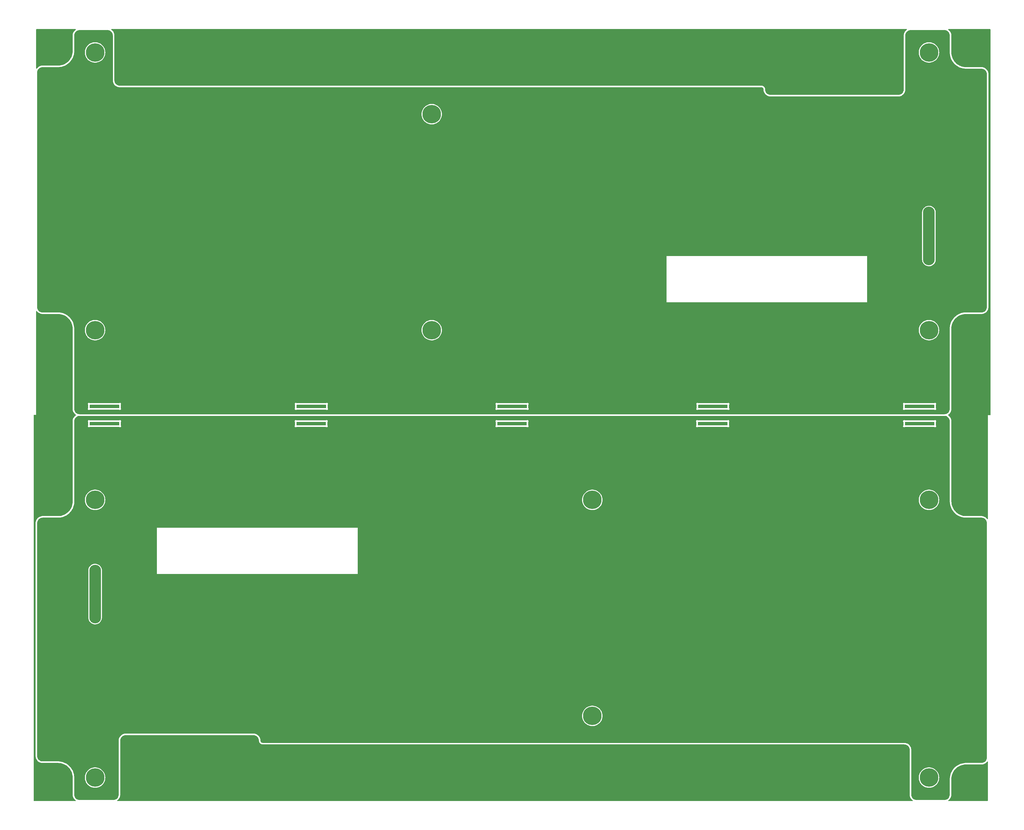
<source format=gbr>
%TF.GenerationSoftware,KiCad,Pcbnew,7.0.1*%
%TF.CreationDate,2023-05-27T10:06:56+09:00*%
%TF.ProjectId,Lift Cover Board,4c696674-2043-46f7-9665-7220426f6172,rev?*%
%TF.SameCoordinates,Original*%
%TF.FileFunction,Copper,L1,Top*%
%TF.FilePolarity,Positive*%
%FSLAX46Y46*%
G04 Gerber Fmt 4.6, Leading zero omitted, Abs format (unit mm)*
G04 Created by KiCad (PCBNEW 7.0.1) date 2023-05-27 10:06:56*
%MOMM*%
%LPD*%
G01*
G04 APERTURE LIST*
%TA.AperFunction,ComponentPad*%
%ADD10C,6.000000*%
%TD*%
%TA.AperFunction,ComponentPad*%
%ADD11O,3.800000X19.000000*%
%TD*%
G04 APERTURE END LIST*
D10*
%TO.P,H4,1,1*%
%TO.N,unconnected-(H4-Pad1)*%
X339990000Y-343770000D03*
%TD*%
%TO.P,H5,1,1*%
%TO.N,unconnected-(H5-Pad1)*%
X230989999Y-253770001D03*
%TD*%
%TO.P,H11,1,1*%
%TO.N,unconnected-(H11-Pad1)*%
X69989999Y-343770000D03*
%TD*%
%TO.P,H11,1,1*%
%TO.N,unconnected-(H11-Pad1)*%
X339990000Y-108770001D03*
%TD*%
%TO.P,H7,1,1*%
%TO.N,unconnected-(H7-Pad1)*%
X178990000Y-128770001D03*
%TD*%
D11*
%TO.P,,1,Pin_1*%
%TO.N,N/C*%
X339980000Y-168250000D03*
%TD*%
D10*
%TO.P,H10,1,1*%
%TO.N,unconnected-(H10-Pad1)*%
X69989999Y-253770000D03*
%TD*%
%TO.P,H10,1,1*%
%TO.N,unconnected-(H10-Pad1)*%
X339990000Y-198770001D03*
%TD*%
D11*
%TO.P,,1,Pin_1*%
%TO.N,N/C*%
X69999999Y-284290001D03*
%TD*%
D10*
%TO.P,H7,1,1*%
%TO.N,unconnected-(H7-Pad1)*%
X230989999Y-323770000D03*
%TD*%
%TO.P,H5,1,1*%
%TO.N,unconnected-(H5-Pad1)*%
X339990000Y-253770000D03*
%TD*%
%TO.P,H5,1,1*%
%TO.N,unconnected-(H5-Pad1)*%
X69989999Y-198770001D03*
%TD*%
%TO.P,H5,1,1*%
%TO.N,unconnected-(H5-Pad1)*%
X178990000Y-198770000D03*
%TD*%
%TO.P,H4,1,1*%
%TO.N,unconnected-(H4-Pad1)*%
X69989999Y-108770001D03*
%TD*%
%TA.AperFunction,NonConductor*%
G36*
X63698595Y-101205876D02*
G01*
X63744394Y-101249513D01*
X63763214Y-101309909D01*
X63750311Y-101371838D01*
X63708937Y-101419692D01*
X63599536Y-101495205D01*
X63395746Y-101675748D01*
X63215202Y-101879539D01*
X63060544Y-102103600D01*
X62934015Y-102344683D01*
X62837474Y-102599243D01*
X62772315Y-102863600D01*
X62739499Y-103133868D01*
X62739499Y-108267275D01*
X62739379Y-108272771D01*
X62721667Y-108678448D01*
X62720709Y-108689399D01*
X62668061Y-109089293D01*
X62666152Y-109100117D01*
X62578855Y-109493889D01*
X62576010Y-109504507D01*
X62454725Y-109889173D01*
X62450966Y-109899502D01*
X62296611Y-110272148D01*
X62291965Y-110282110D01*
X62105730Y-110639866D01*
X62100234Y-110649386D01*
X61883522Y-110989556D01*
X61877217Y-110998560D01*
X61631671Y-111318561D01*
X61624606Y-111326981D01*
X61352120Y-111624347D01*
X61344347Y-111632120D01*
X61046981Y-111904606D01*
X61038561Y-111911671D01*
X60718560Y-112157217D01*
X60709556Y-112163522D01*
X60369386Y-112380234D01*
X60359866Y-112385730D01*
X60002110Y-112571965D01*
X59992148Y-112576611D01*
X59619502Y-112730966D01*
X59609173Y-112734725D01*
X59224507Y-112856010D01*
X59213889Y-112858855D01*
X58820117Y-112946152D01*
X58809293Y-112948061D01*
X58409399Y-113000709D01*
X58398448Y-113001667D01*
X57992748Y-113019380D01*
X57987252Y-113019500D01*
X52853867Y-113019500D01*
X52583599Y-113052316D01*
X52319245Y-113117474D01*
X52192612Y-113165500D01*
X52064678Y-113214019D01*
X52064676Y-113214019D01*
X52064676Y-113214020D01*
X51823606Y-113340541D01*
X51599535Y-113495208D01*
X51395748Y-113675748D01*
X51215208Y-113879535D01*
X51215205Y-113879538D01*
X51215206Y-113879538D01*
X51171804Y-113942417D01*
X51159696Y-113959958D01*
X51111842Y-114001331D01*
X51049912Y-114014234D01*
X50989517Y-113995414D01*
X50945880Y-113949615D01*
X50930000Y-113888381D01*
X50930000Y-101315996D01*
X50946881Y-101252996D01*
X50993000Y-101206877D01*
X51056000Y-101189996D01*
X63637361Y-101189996D01*
X63698595Y-101205876D01*
G37*
%TD.AperFunction*%
%TA.AperFunction,NonConductor*%
G36*
X332798596Y-101205876D02*
G01*
X332844395Y-101249513D01*
X332863215Y-101309909D01*
X332850312Y-101371838D01*
X332808938Y-101419692D01*
X332699538Y-101495204D01*
X332495747Y-101675748D01*
X332315203Y-101879539D01*
X332160545Y-102103600D01*
X332034016Y-102344683D01*
X331937475Y-102599243D01*
X331872316Y-102863600D01*
X331839500Y-103133868D01*
X331839500Y-120765500D01*
X331839179Y-120774489D01*
X331822335Y-121009989D01*
X331819777Y-121027783D01*
X331770548Y-121254085D01*
X331765483Y-121271335D01*
X331684549Y-121488327D01*
X331677081Y-121504679D01*
X331566090Y-121707944D01*
X331556370Y-121723068D01*
X331417582Y-121908467D01*
X331405809Y-121922053D01*
X331242053Y-122085809D01*
X331228467Y-122097582D01*
X331043067Y-122236370D01*
X331027943Y-122246090D01*
X330824678Y-122357081D01*
X330808326Y-122364549D01*
X330591327Y-122445486D01*
X330574077Y-122450550D01*
X330347789Y-122499776D01*
X330329995Y-122502335D01*
X330189396Y-122512391D01*
X330094468Y-122519180D01*
X330085491Y-122519501D01*
X288694501Y-122519501D01*
X288685512Y-122519180D01*
X288450004Y-122502336D01*
X288432210Y-122499777D01*
X288205919Y-122450550D01*
X288188669Y-122445486D01*
X287971674Y-122364551D01*
X287955321Y-122357082D01*
X287752055Y-122246090D01*
X287736932Y-122236371D01*
X287551532Y-122097583D01*
X287537946Y-122085810D01*
X287374190Y-121922054D01*
X287362417Y-121908468D01*
X287223628Y-121723068D01*
X287213909Y-121707945D01*
X287102917Y-121504679D01*
X287095451Y-121488332D01*
X287014510Y-121271322D01*
X287009453Y-121254098D01*
X286960219Y-121027773D01*
X286957664Y-121010000D01*
X286940820Y-120774489D01*
X286940500Y-120765350D01*
X286940643Y-120671886D01*
X286910101Y-120477235D01*
X286849455Y-120289768D01*
X286760201Y-120114111D01*
X286644541Y-119954597D01*
X286505330Y-119815163D01*
X286505329Y-119815162D01*
X286505328Y-119815161D01*
X286346003Y-119699248D01*
X286261593Y-119656189D01*
X286170487Y-119609713D01*
X286170484Y-119609712D01*
X286170482Y-119609711D01*
X285983123Y-119548767D01*
X285983119Y-119548766D01*
X285983118Y-119548766D01*
X285788516Y-119517913D01*
X285787412Y-119517912D01*
X285727152Y-119517908D01*
X285727122Y-119517905D01*
X285714672Y-119517905D01*
X285692132Y-119517905D01*
X285690000Y-119517905D01*
X285645830Y-119517905D01*
X285645828Y-119517905D01*
X77994496Y-119519499D01*
X77985507Y-119519178D01*
X77750004Y-119502336D01*
X77732209Y-119499777D01*
X77505921Y-119450551D01*
X77488671Y-119445487D01*
X77271672Y-119364550D01*
X77255320Y-119357082D01*
X77052055Y-119246091D01*
X77036931Y-119236371D01*
X76851531Y-119097583D01*
X76837945Y-119085810D01*
X76674189Y-118922054D01*
X76662416Y-118908468D01*
X76523628Y-118723068D01*
X76513908Y-118707944D01*
X76402917Y-118504679D01*
X76395449Y-118488327D01*
X76377707Y-118440758D01*
X76314510Y-118271321D01*
X76309450Y-118254086D01*
X76260221Y-118027785D01*
X76257663Y-118009995D01*
X76240820Y-117774488D01*
X76240499Y-117765500D01*
X76240499Y-103133868D01*
X76207682Y-102863600D01*
X76188536Y-102785922D01*
X76142525Y-102599247D01*
X76045981Y-102344679D01*
X75919455Y-102103604D01*
X75764793Y-101879538D01*
X75584251Y-101675749D01*
X75380462Y-101495207D01*
X75380459Y-101495205D01*
X75271060Y-101419692D01*
X75229686Y-101371838D01*
X75216783Y-101309908D01*
X75235603Y-101249513D01*
X75281402Y-101205876D01*
X75342636Y-101189996D01*
X332737362Y-101189996D01*
X332798596Y-101205876D01*
G37*
%TD.AperFunction*%
%TA.AperFunction,NonConductor*%
G36*
X73994486Y-101520822D02*
G01*
X74046089Y-101524512D01*
X74229997Y-101537665D01*
X74247783Y-101540223D01*
X74474082Y-101589452D01*
X74491321Y-101594512D01*
X74708330Y-101675453D01*
X74724677Y-101682919D01*
X74927943Y-101793911D01*
X74943066Y-101803630D01*
X75128464Y-101942417D01*
X75128466Y-101942418D01*
X75142052Y-101954191D01*
X75305808Y-102117947D01*
X75317581Y-102131533D01*
X75456369Y-102316933D01*
X75466088Y-102332056D01*
X75577080Y-102535322D01*
X75584549Y-102551675D01*
X75665484Y-102768670D01*
X75670548Y-102785920D01*
X75719775Y-103012211D01*
X75722334Y-103030005D01*
X75739178Y-103265513D01*
X75739499Y-103274502D01*
X75739499Y-117906134D01*
X75772315Y-118176401D01*
X75837474Y-118440758D01*
X75934019Y-118695326D01*
X76060541Y-118936394D01*
X76215203Y-119160461D01*
X76215205Y-119160463D01*
X76395747Y-119364253D01*
X76570621Y-119519178D01*
X76599538Y-119544796D01*
X76823605Y-119699458D01*
X77044059Y-119815161D01*
X77064677Y-119825982D01*
X77319245Y-119922527D01*
X77579974Y-119986790D01*
X77583598Y-119987684D01*
X77853866Y-120020501D01*
X77853869Y-120020501D01*
X77965327Y-120020501D01*
X77989999Y-120020501D01*
X78034169Y-120020501D01*
X78059223Y-120020501D01*
X78059228Y-120020499D01*
X285683804Y-120018905D01*
X285696167Y-120019513D01*
X285705092Y-120020393D01*
X285824007Y-120032117D01*
X285848250Y-120036945D01*
X285965214Y-120072464D01*
X285988043Y-120081930D01*
X286095818Y-120139606D01*
X286116365Y-120153353D01*
X286210799Y-120230963D01*
X286228270Y-120248462D01*
X286305727Y-120343018D01*
X286319442Y-120363589D01*
X286376942Y-120471448D01*
X286386377Y-120494304D01*
X286421706Y-120611318D01*
X286426496Y-120635573D01*
X286438901Y-120763481D01*
X286439489Y-120775843D01*
X286439394Y-120835513D01*
X286439499Y-120836107D01*
X286439499Y-120906134D01*
X286472315Y-121176401D01*
X286537473Y-121440758D01*
X286634019Y-121695325D01*
X286760542Y-121936395D01*
X286871801Y-122097582D01*
X286915206Y-122160464D01*
X287095748Y-122364253D01*
X287299537Y-122544795D01*
X287523602Y-122699456D01*
X287523606Y-122699459D01*
X287598160Y-122738587D01*
X287764678Y-122825982D01*
X288019246Y-122922527D01*
X288278746Y-122986487D01*
X288283599Y-122987684D01*
X288553867Y-123020501D01*
X288553870Y-123020501D01*
X288665326Y-123020501D01*
X288690000Y-123020501D01*
X288734170Y-123020501D01*
X330045830Y-123020501D01*
X330114674Y-123020501D01*
X330127145Y-123020501D01*
X330127155Y-123020500D01*
X330226133Y-123020500D01*
X330496400Y-122987683D01*
X330496403Y-122987682D01*
X330496405Y-122987682D01*
X330760754Y-122922526D01*
X331015322Y-122825981D01*
X331256396Y-122699456D01*
X331480462Y-122544794D01*
X331684252Y-122364253D01*
X331864794Y-122160463D01*
X332019455Y-121936397D01*
X332026984Y-121922053D01*
X332145979Y-121695326D01*
X332145981Y-121695323D01*
X332242526Y-121440755D01*
X332307682Y-121176406D01*
X332325729Y-121027783D01*
X332340500Y-120906134D01*
X332340500Y-108770001D01*
X336684651Y-108770001D01*
X336704028Y-109127372D01*
X336761929Y-109480555D01*
X336857673Y-109825398D01*
X336926947Y-109999261D01*
X336990147Y-110157881D01*
X337001996Y-110180230D01*
X337157787Y-110474084D01*
X337358637Y-110770315D01*
X337492927Y-110928413D01*
X337590332Y-111043087D01*
X337850163Y-111289212D01*
X338135081Y-111505801D01*
X338441747Y-111690316D01*
X338766565Y-111840592D01*
X338766571Y-111840594D01*
X339105725Y-111954869D01*
X339246419Y-111985838D01*
X339455254Y-112031806D01*
X339544203Y-112041479D01*
X339811049Y-112070501D01*
X339811052Y-112070501D01*
X340168948Y-112070501D01*
X340168951Y-112070501D01*
X340382426Y-112047284D01*
X340524746Y-112031806D01*
X340874274Y-111954869D01*
X341213435Y-111840592D01*
X341538253Y-111690316D01*
X341844919Y-111505801D01*
X342129837Y-111289212D01*
X342389668Y-111043087D01*
X342621365Y-110770312D01*
X342822211Y-110474086D01*
X342989853Y-110157881D01*
X343122324Y-109825404D01*
X343218071Y-109480553D01*
X343275972Y-109127372D01*
X343295348Y-108770001D01*
X343275972Y-108412630D01*
X343218071Y-108059449D01*
X343197532Y-107985476D01*
X343122326Y-107714603D01*
X343121298Y-107712024D01*
X342989853Y-107382121D01*
X342822211Y-107065916D01*
X342621365Y-106769690D01*
X342389668Y-106496915D01*
X342129837Y-106250790D01*
X341844919Y-106034201D01*
X341538253Y-105849686D01*
X341213435Y-105699410D01*
X341213433Y-105699409D01*
X341213428Y-105699407D01*
X340874274Y-105585132D01*
X340524744Y-105508195D01*
X340168951Y-105469501D01*
X340168948Y-105469501D01*
X339811052Y-105469501D01*
X339811049Y-105469501D01*
X339455255Y-105508195D01*
X339105725Y-105585132D01*
X338766571Y-105699407D01*
X338441744Y-105849687D01*
X338135082Y-106034200D01*
X338135079Y-106034201D01*
X338135081Y-106034201D01*
X337850163Y-106250790D01*
X337590332Y-106496915D01*
X337590329Y-106496918D01*
X337358637Y-106769686D01*
X337157787Y-107065917D01*
X336990147Y-107382121D01*
X336857673Y-107714603D01*
X336761929Y-108059446D01*
X336704028Y-108412629D01*
X336684651Y-108770001D01*
X332340500Y-108770001D01*
X332340500Y-103274502D01*
X332340821Y-103265514D01*
X332357664Y-103030006D01*
X332360221Y-103012217D01*
X332409451Y-102785913D01*
X332414510Y-102768682D01*
X332495454Y-102551663D01*
X332502913Y-102535330D01*
X332613912Y-102332051D01*
X332623625Y-102316937D01*
X332762420Y-102131529D01*
X332774179Y-102117958D01*
X332937956Y-101954180D01*
X332951528Y-101942420D01*
X333136937Y-101803625D01*
X333152055Y-101793910D01*
X333161113Y-101788963D01*
X333355323Y-101682917D01*
X333371662Y-101675454D01*
X333588681Y-101594510D01*
X333605912Y-101589451D01*
X333832216Y-101540221D01*
X333849999Y-101537664D01*
X334041508Y-101523968D01*
X334085499Y-101520822D01*
X334094487Y-101520501D01*
X344945830Y-101520501D01*
X344985499Y-101520501D01*
X344994487Y-101520822D01*
X345046090Y-101524512D01*
X345229998Y-101537665D01*
X345247784Y-101540223D01*
X345474085Y-101589452D01*
X345491320Y-101594512D01*
X345708329Y-101675452D01*
X345724678Y-101682919D01*
X345927943Y-101793910D01*
X345943068Y-101803630D01*
X346128464Y-101942417D01*
X346128466Y-101942418D01*
X346142052Y-101954191D01*
X346305808Y-102117947D01*
X346317581Y-102131533D01*
X346456370Y-102316933D01*
X346466089Y-102332056D01*
X346577081Y-102535322D01*
X346584550Y-102551676D01*
X346665484Y-102768671D01*
X346670548Y-102785920D01*
X346719775Y-103012211D01*
X346722334Y-103030005D01*
X346729763Y-103133868D01*
X346737734Y-103245327D01*
X346739179Y-103265521D01*
X346739500Y-103274510D01*
X346739500Y-108770000D01*
X346739500Y-108987162D01*
X346775366Y-109420003D01*
X346803616Y-109589293D01*
X346846856Y-109848415D01*
X346953472Y-110269433D01*
X347094499Y-110680233D01*
X347253660Y-111043083D01*
X347268965Y-111077974D01*
X347401865Y-111323552D01*
X347475683Y-111459954D01*
X347709971Y-111818560D01*
X347713234Y-111823553D01*
X347980002Y-112166296D01*
X347980005Y-112166299D01*
X347980008Y-112166303D01*
X348274161Y-112485839D01*
X348544524Y-112734725D01*
X348593705Y-112779999D01*
X348936448Y-113046766D01*
X349300050Y-113284319D01*
X349682027Y-113491035D01*
X349880898Y-113578267D01*
X350079767Y-113665500D01*
X350079770Y-113665501D01*
X350490562Y-113806526D01*
X350911597Y-113913146D01*
X351339998Y-113984634D01*
X351772839Y-114020500D01*
X351965327Y-114020500D01*
X351990001Y-114020500D01*
X352034171Y-114020500D01*
X356945831Y-114020500D01*
X356985500Y-114020500D01*
X356994489Y-114020821D01*
X357230000Y-114037665D01*
X357247773Y-114040220D01*
X357474087Y-114089451D01*
X357491333Y-114094515D01*
X357708330Y-114175451D01*
X357724679Y-114182918D01*
X357927944Y-114293909D01*
X357943068Y-114303629D01*
X358128467Y-114442417D01*
X358142053Y-114454190D01*
X358305809Y-114617946D01*
X358317582Y-114631532D01*
X358456370Y-114816932D01*
X358466090Y-114832056D01*
X358577081Y-115035321D01*
X358584549Y-115051673D01*
X358665486Y-115268672D01*
X358670550Y-115285922D01*
X358719776Y-115512210D01*
X358722335Y-115530004D01*
X358739179Y-115765511D01*
X358739500Y-115774517D01*
X358729508Y-191204238D01*
X358729500Y-191204291D01*
X358729500Y-191265499D01*
X358729179Y-191274488D01*
X358712335Y-191509995D01*
X358709776Y-191527789D01*
X358660549Y-191754080D01*
X358655485Y-191771330D01*
X358574550Y-191988325D01*
X358567081Y-192004678D01*
X358456089Y-192207944D01*
X358446370Y-192223067D01*
X358307582Y-192408467D01*
X358295809Y-192422053D01*
X358132053Y-192585809D01*
X358118467Y-192597582D01*
X357933067Y-192736370D01*
X357917944Y-192746089D01*
X357714678Y-192857081D01*
X357698325Y-192864550D01*
X357481330Y-192945485D01*
X357464080Y-192950549D01*
X357237789Y-192999776D01*
X357219995Y-193002335D01*
X356984488Y-193019179D01*
X356975499Y-193019500D01*
X352024170Y-193019500D01*
X351980000Y-193019500D01*
X351762838Y-193019500D01*
X351329997Y-193055366D01*
X350901596Y-193126854D01*
X350901594Y-193126854D01*
X350901585Y-193126856D01*
X350480566Y-193233472D01*
X350069767Y-193374499D01*
X349672030Y-193548963D01*
X349290046Y-193755683D01*
X348926454Y-193993229D01*
X348583697Y-194260008D01*
X348264161Y-194554161D01*
X347970008Y-194873697D01*
X347703229Y-195216454D01*
X347465683Y-195580046D01*
X347258963Y-195962030D01*
X347084499Y-196359767D01*
X346943472Y-196770566D01*
X346836856Y-197191585D01*
X346836854Y-197191594D01*
X346836854Y-197191596D01*
X346765366Y-197619997D01*
X346745351Y-197861551D01*
X346729500Y-198052843D01*
X346729500Y-198232900D01*
X346729486Y-198233040D01*
X346729500Y-198268821D01*
X346729500Y-198336135D01*
X346729525Y-198336279D01*
X346739498Y-224265469D01*
X346739177Y-224274506D01*
X346722335Y-224509989D01*
X346719777Y-224527783D01*
X346670548Y-224754085D01*
X346665483Y-224771335D01*
X346584549Y-224988327D01*
X346577081Y-225004679D01*
X346466090Y-225207944D01*
X346456370Y-225223068D01*
X346317582Y-225408467D01*
X346305809Y-225422053D01*
X346142053Y-225585809D01*
X346128467Y-225597582D01*
X345943067Y-225736370D01*
X345927943Y-225746090D01*
X345724678Y-225857081D01*
X345708326Y-225864549D01*
X345491327Y-225945486D01*
X345474077Y-225950550D01*
X345247789Y-225999776D01*
X345229995Y-226002335D01*
X344994488Y-226019179D01*
X344985499Y-226019500D01*
X65042191Y-226019500D01*
X65042186Y-226019499D01*
X64994472Y-226019499D01*
X64985483Y-226019178D01*
X64750003Y-226002336D01*
X64732209Y-225999777D01*
X64505921Y-225950551D01*
X64488671Y-225945487D01*
X64271672Y-225864550D01*
X64255320Y-225857082D01*
X64052055Y-225746091D01*
X64036931Y-225736371D01*
X63851531Y-225597583D01*
X63837945Y-225585810D01*
X63674189Y-225422054D01*
X63662416Y-225408468D01*
X63523628Y-225223068D01*
X63513908Y-225207944D01*
X63402917Y-225004679D01*
X63395449Y-224988327D01*
X63377707Y-224940758D01*
X63314510Y-224771321D01*
X63309450Y-224754085D01*
X63260221Y-224527783D01*
X63257663Y-224509995D01*
X63253451Y-224451107D01*
X63245899Y-224345514D01*
X67639500Y-224345514D01*
X67673808Y-224451106D01*
X67739069Y-224540930D01*
X67828892Y-224606190D01*
X67828893Y-224606191D01*
X67934486Y-224640500D01*
X68045514Y-224640500D01*
X68151107Y-224606191D01*
X68208400Y-224564564D01*
X68243526Y-224546667D01*
X68282462Y-224540500D01*
X77737538Y-224540500D01*
X77776474Y-224546667D01*
X77811599Y-224564564D01*
X77868893Y-224606191D01*
X77974486Y-224640500D01*
X78085514Y-224640500D01*
X78191107Y-224606191D01*
X78280930Y-224540930D01*
X78346191Y-224451107D01*
X78380500Y-224345514D01*
X134649500Y-224345514D01*
X134683808Y-224451106D01*
X134749069Y-224540930D01*
X134838892Y-224606190D01*
X134838893Y-224606191D01*
X134944486Y-224640500D01*
X135055514Y-224640500D01*
X135161107Y-224606191D01*
X135218400Y-224564564D01*
X135253526Y-224546667D01*
X135292462Y-224540500D01*
X144747538Y-224540500D01*
X144786474Y-224546667D01*
X144821599Y-224564564D01*
X144878893Y-224606191D01*
X144984486Y-224640500D01*
X145095514Y-224640500D01*
X145201107Y-224606191D01*
X145290930Y-224540930D01*
X145356191Y-224451107D01*
X145390500Y-224345514D01*
X199629500Y-224345514D01*
X199663808Y-224451106D01*
X199729069Y-224540930D01*
X199818892Y-224606190D01*
X199818893Y-224606191D01*
X199924486Y-224640500D01*
X200035514Y-224640500D01*
X200141107Y-224606191D01*
X200198400Y-224564564D01*
X200233526Y-224546667D01*
X200272462Y-224540500D01*
X209727538Y-224540500D01*
X209766474Y-224546667D01*
X209801599Y-224564564D01*
X209858893Y-224606191D01*
X209964486Y-224640500D01*
X210075514Y-224640500D01*
X210181107Y-224606191D01*
X210270930Y-224540930D01*
X210336191Y-224451107D01*
X210370500Y-224345514D01*
X264649500Y-224345514D01*
X264683808Y-224451106D01*
X264749069Y-224540930D01*
X264838892Y-224606190D01*
X264838893Y-224606191D01*
X264944486Y-224640500D01*
X265055514Y-224640500D01*
X265161107Y-224606191D01*
X265218400Y-224564564D01*
X265253526Y-224546667D01*
X265292462Y-224540500D01*
X274747538Y-224540500D01*
X274786474Y-224546667D01*
X274821599Y-224564564D01*
X274878893Y-224606191D01*
X274984486Y-224640500D01*
X275095514Y-224640500D01*
X275201107Y-224606191D01*
X275290930Y-224540930D01*
X275356191Y-224451107D01*
X275390500Y-224345514D01*
X331569500Y-224345514D01*
X331603808Y-224451106D01*
X331669069Y-224540930D01*
X331758892Y-224606190D01*
X331758893Y-224606191D01*
X331864486Y-224640500D01*
X331975514Y-224640500D01*
X332081107Y-224606191D01*
X332138400Y-224564564D01*
X332173526Y-224546667D01*
X332212462Y-224540500D01*
X341667538Y-224540500D01*
X341706474Y-224546667D01*
X341741599Y-224564564D01*
X341798893Y-224606191D01*
X341904486Y-224640500D01*
X342015514Y-224640500D01*
X342121107Y-224606191D01*
X342210930Y-224540930D01*
X342276191Y-224451107D01*
X342310500Y-224345514D01*
X342310500Y-224234486D01*
X342276191Y-224128893D01*
X342234564Y-224071599D01*
X342216667Y-224036474D01*
X342210500Y-223997538D01*
X342210500Y-222942462D01*
X342216667Y-222903526D01*
X342234564Y-222868401D01*
X342235628Y-222866935D01*
X342276191Y-222811107D01*
X342310500Y-222705514D01*
X342310500Y-222594486D01*
X342276191Y-222488893D01*
X342276190Y-222488892D01*
X342210930Y-222399069D01*
X342121106Y-222333808D01*
X342015514Y-222299500D01*
X341904486Y-222299500D01*
X341798893Y-222333808D01*
X341741599Y-222375436D01*
X341706474Y-222393333D01*
X341667538Y-222399500D01*
X332212462Y-222399500D01*
X332173526Y-222393333D01*
X332138401Y-222375436D01*
X332081106Y-222333808D01*
X331975514Y-222299500D01*
X331864486Y-222299500D01*
X331758893Y-222333808D01*
X331669069Y-222399069D01*
X331603808Y-222488893D01*
X331569500Y-222594486D01*
X331569500Y-222705514D01*
X331603808Y-222811106D01*
X331645436Y-222868401D01*
X331663333Y-222903526D01*
X331669500Y-222942462D01*
X331669500Y-223997538D01*
X331663333Y-224036474D01*
X331645436Y-224071599D01*
X331603808Y-224128893D01*
X331569500Y-224234486D01*
X331569500Y-224345514D01*
X275390500Y-224345514D01*
X275390500Y-224234486D01*
X275356191Y-224128893D01*
X275314564Y-224071599D01*
X275296667Y-224036474D01*
X275290500Y-223997538D01*
X275290500Y-222942462D01*
X275296667Y-222903526D01*
X275314564Y-222868401D01*
X275315628Y-222866935D01*
X275356191Y-222811107D01*
X275390500Y-222705514D01*
X275390500Y-222594486D01*
X275356191Y-222488893D01*
X275356190Y-222488892D01*
X275290930Y-222399069D01*
X275201106Y-222333808D01*
X275095514Y-222299500D01*
X274984486Y-222299500D01*
X274878893Y-222333808D01*
X274821599Y-222375436D01*
X274786474Y-222393333D01*
X274747538Y-222399500D01*
X265292462Y-222399500D01*
X265253526Y-222393333D01*
X265218401Y-222375436D01*
X265161106Y-222333808D01*
X265055514Y-222299500D01*
X264944486Y-222299500D01*
X264838893Y-222333808D01*
X264749069Y-222399069D01*
X264683808Y-222488893D01*
X264649500Y-222594486D01*
X264649500Y-222705514D01*
X264683808Y-222811106D01*
X264725436Y-222868401D01*
X264743333Y-222903526D01*
X264749500Y-222942462D01*
X264749500Y-223997538D01*
X264743333Y-224036474D01*
X264725436Y-224071599D01*
X264683808Y-224128893D01*
X264649500Y-224234486D01*
X264649500Y-224345514D01*
X210370500Y-224345514D01*
X210370500Y-224234486D01*
X210336191Y-224128893D01*
X210294564Y-224071599D01*
X210276667Y-224036474D01*
X210270500Y-223997538D01*
X210270500Y-222942462D01*
X210276667Y-222903526D01*
X210294564Y-222868401D01*
X210295628Y-222866935D01*
X210336191Y-222811107D01*
X210370500Y-222705514D01*
X210370500Y-222594486D01*
X210336191Y-222488893D01*
X210336190Y-222488892D01*
X210270930Y-222399069D01*
X210181106Y-222333808D01*
X210075514Y-222299500D01*
X209964486Y-222299500D01*
X209858893Y-222333808D01*
X209801599Y-222375436D01*
X209766474Y-222393333D01*
X209727538Y-222399500D01*
X200272462Y-222399500D01*
X200233526Y-222393333D01*
X200198401Y-222375436D01*
X200141106Y-222333808D01*
X200035514Y-222299500D01*
X199924486Y-222299500D01*
X199818893Y-222333808D01*
X199729069Y-222399069D01*
X199663808Y-222488893D01*
X199629500Y-222594486D01*
X199629500Y-222705514D01*
X199663808Y-222811106D01*
X199705436Y-222868401D01*
X199723333Y-222903526D01*
X199729500Y-222942462D01*
X199729500Y-223997538D01*
X199723333Y-224036474D01*
X199705436Y-224071599D01*
X199663808Y-224128893D01*
X199629500Y-224234486D01*
X199629500Y-224345514D01*
X145390500Y-224345514D01*
X145390500Y-224234486D01*
X145356191Y-224128893D01*
X145314564Y-224071599D01*
X145296667Y-224036474D01*
X145290500Y-223997538D01*
X145290500Y-222942462D01*
X145296667Y-222903526D01*
X145314564Y-222868401D01*
X145315628Y-222866935D01*
X145356191Y-222811107D01*
X145390500Y-222705514D01*
X145390500Y-222594486D01*
X145356191Y-222488893D01*
X145356190Y-222488892D01*
X145290930Y-222399069D01*
X145201106Y-222333808D01*
X145095514Y-222299500D01*
X144984486Y-222299500D01*
X144878893Y-222333808D01*
X144821599Y-222375436D01*
X144786474Y-222393333D01*
X144747538Y-222399500D01*
X135292462Y-222399500D01*
X135253526Y-222393333D01*
X135218401Y-222375436D01*
X135161106Y-222333808D01*
X135055514Y-222299500D01*
X134944486Y-222299500D01*
X134838893Y-222333808D01*
X134749069Y-222399069D01*
X134683808Y-222488893D01*
X134649500Y-222594486D01*
X134649500Y-222705514D01*
X134683808Y-222811106D01*
X134725436Y-222868401D01*
X134743333Y-222903526D01*
X134749500Y-222942462D01*
X134749500Y-223997538D01*
X134743333Y-224036474D01*
X134725436Y-224071599D01*
X134683808Y-224128893D01*
X134649500Y-224234486D01*
X134649500Y-224345514D01*
X78380500Y-224345514D01*
X78380500Y-224234486D01*
X78346191Y-224128893D01*
X78304564Y-224071599D01*
X78286667Y-224036474D01*
X78280500Y-223997538D01*
X78280500Y-222942462D01*
X78286667Y-222903526D01*
X78304564Y-222868401D01*
X78305628Y-222866935D01*
X78346191Y-222811107D01*
X78380500Y-222705514D01*
X78380500Y-222594486D01*
X78346191Y-222488893D01*
X78346190Y-222488892D01*
X78280930Y-222399069D01*
X78191106Y-222333808D01*
X78085514Y-222299500D01*
X77974486Y-222299500D01*
X77868893Y-222333808D01*
X77811599Y-222375436D01*
X77776474Y-222393333D01*
X77737538Y-222399500D01*
X68282462Y-222399500D01*
X68243526Y-222393333D01*
X68208401Y-222375436D01*
X68151106Y-222333808D01*
X68045514Y-222299500D01*
X67934486Y-222299500D01*
X67828893Y-222333808D01*
X67739069Y-222399069D01*
X67673808Y-222488893D01*
X67639500Y-222594486D01*
X67639500Y-222705514D01*
X67673808Y-222811106D01*
X67715436Y-222868401D01*
X67733333Y-222903526D01*
X67739500Y-222942462D01*
X67739500Y-223997538D01*
X67733333Y-224036474D01*
X67715436Y-224071599D01*
X67673808Y-224128893D01*
X67639500Y-224234486D01*
X67639500Y-224345514D01*
X63245899Y-224345514D01*
X63240820Y-224274488D01*
X63240499Y-224265500D01*
X63240499Y-224203108D01*
X63240472Y-224202959D01*
X63240421Y-224071599D01*
X63230692Y-198770000D01*
X66684650Y-198770000D01*
X66704027Y-199127372D01*
X66761928Y-199480555D01*
X66857672Y-199825398D01*
X66937772Y-200026434D01*
X66990146Y-200157881D01*
X67050613Y-200271934D01*
X67157786Y-200474084D01*
X67358636Y-200770315D01*
X67492926Y-200928413D01*
X67590331Y-201043087D01*
X67850162Y-201289212D01*
X68135080Y-201505801D01*
X68441746Y-201690316D01*
X68766564Y-201840592D01*
X68766570Y-201840594D01*
X69105724Y-201954869D01*
X69280488Y-201993337D01*
X69455253Y-202031806D01*
X69544202Y-202041479D01*
X69811048Y-202070501D01*
X69811051Y-202070501D01*
X70168947Y-202070501D01*
X70168950Y-202070501D01*
X70382425Y-202047284D01*
X70524745Y-202031806D01*
X70874273Y-201954869D01*
X71213434Y-201840592D01*
X71538252Y-201690316D01*
X71844918Y-201505801D01*
X72129836Y-201289212D01*
X72389667Y-201043087D01*
X72621364Y-200770312D01*
X72822210Y-200474086D01*
X72989852Y-200157881D01*
X73122323Y-199825404D01*
X73218070Y-199480553D01*
X73275971Y-199127372D01*
X73295347Y-198770001D01*
X73295347Y-198770000D01*
X175684651Y-198770000D01*
X175704028Y-199127371D01*
X175761929Y-199480554D01*
X175857673Y-199825397D01*
X175857676Y-199825404D01*
X175990147Y-200157880D01*
X175990148Y-200157881D01*
X176157787Y-200474083D01*
X176358637Y-200770314D01*
X176358638Y-200770315D01*
X176590332Y-201043086D01*
X176850163Y-201289211D01*
X177135081Y-201505800D01*
X177441747Y-201690315D01*
X177766565Y-201840591D01*
X177766571Y-201840593D01*
X178105725Y-201954868D01*
X178280489Y-201993336D01*
X178455254Y-202031805D01*
X178544203Y-202041478D01*
X178811049Y-202070500D01*
X178811052Y-202070500D01*
X179168948Y-202070500D01*
X179168951Y-202070500D01*
X179382426Y-202047283D01*
X179524746Y-202031805D01*
X179874274Y-201954868D01*
X180213435Y-201840591D01*
X180538253Y-201690315D01*
X180844919Y-201505800D01*
X181129837Y-201289211D01*
X181389668Y-201043086D01*
X181621365Y-200770311D01*
X181822211Y-200474085D01*
X181989853Y-200157880D01*
X182122324Y-199825403D01*
X182122324Y-199825399D01*
X182122326Y-199825397D01*
X182218070Y-199480554D01*
X182218071Y-199480552D01*
X182275972Y-199127371D01*
X182295348Y-198770000D01*
X336684651Y-198770000D01*
X336704028Y-199127372D01*
X336761929Y-199480555D01*
X336857673Y-199825398D01*
X336937773Y-200026434D01*
X336990147Y-200157881D01*
X337050614Y-200271934D01*
X337157787Y-200474084D01*
X337358637Y-200770315D01*
X337492927Y-200928413D01*
X337590332Y-201043087D01*
X337850163Y-201289212D01*
X338135081Y-201505801D01*
X338441747Y-201690316D01*
X338766565Y-201840592D01*
X338766571Y-201840594D01*
X339105725Y-201954869D01*
X339280489Y-201993337D01*
X339455254Y-202031806D01*
X339544203Y-202041479D01*
X339811049Y-202070501D01*
X339811052Y-202070501D01*
X340168948Y-202070501D01*
X340168951Y-202070501D01*
X340382426Y-202047284D01*
X340524746Y-202031806D01*
X340874274Y-201954869D01*
X341213435Y-201840592D01*
X341538253Y-201690316D01*
X341844919Y-201505801D01*
X342129837Y-201289212D01*
X342389668Y-201043087D01*
X342621365Y-200770312D01*
X342822211Y-200474086D01*
X342989853Y-200157881D01*
X343122324Y-199825404D01*
X343218071Y-199480553D01*
X343275972Y-199127372D01*
X343295348Y-198770001D01*
X343275972Y-198412630D01*
X343218071Y-198059449D01*
X343160085Y-197850600D01*
X343122326Y-197714603D01*
X343084632Y-197619998D01*
X342989853Y-197382121D01*
X342822211Y-197065916D01*
X342822210Y-197065915D01*
X342621959Y-196770566D01*
X342621365Y-196769690D01*
X342389668Y-196496915D01*
X342129837Y-196250790D01*
X341844919Y-196034201D01*
X341691586Y-195941943D01*
X341538255Y-195849687D01*
X341538251Y-195849685D01*
X341213435Y-195699410D01*
X341213433Y-195699409D01*
X341213428Y-195699407D01*
X340874274Y-195585132D01*
X340524744Y-195508195D01*
X340168951Y-195469501D01*
X340168948Y-195469501D01*
X339811052Y-195469501D01*
X339811049Y-195469501D01*
X339455255Y-195508195D01*
X339105725Y-195585132D01*
X338766571Y-195699407D01*
X338441744Y-195849687D01*
X338135082Y-196034200D01*
X338135079Y-196034201D01*
X338135081Y-196034201D01*
X337850163Y-196250790D01*
X337590333Y-196496914D01*
X337590329Y-196496918D01*
X337358637Y-196769686D01*
X337157787Y-197065917D01*
X336990147Y-197382121D01*
X336857673Y-197714603D01*
X336761929Y-198059446D01*
X336704028Y-198412629D01*
X336684651Y-198770000D01*
X182295348Y-198770000D01*
X182275972Y-198412629D01*
X182218071Y-198059448D01*
X182197532Y-197985475D01*
X182122326Y-197714602D01*
X182084632Y-197619997D01*
X181989853Y-197382120D01*
X181875798Y-197166990D01*
X181822212Y-197065916D01*
X181716180Y-196909532D01*
X181621365Y-196769689D01*
X181621363Y-196769687D01*
X181621362Y-196769685D01*
X181389671Y-196496918D01*
X181389668Y-196496914D01*
X181129837Y-196250789D01*
X180844919Y-196034200D01*
X180606276Y-195890613D01*
X180538255Y-195849686D01*
X180213437Y-195699410D01*
X180213435Y-195699409D01*
X180213433Y-195699408D01*
X180213428Y-195699406D01*
X179874274Y-195585131D01*
X179524744Y-195508194D01*
X179168951Y-195469500D01*
X179168948Y-195469500D01*
X178811052Y-195469500D01*
X178811049Y-195469500D01*
X178455255Y-195508194D01*
X178105725Y-195585131D01*
X177766571Y-195699406D01*
X177441744Y-195849686D01*
X177135082Y-196034199D01*
X177066753Y-196086141D01*
X176850163Y-196250789D01*
X176590332Y-196496914D01*
X176590329Y-196496917D01*
X176358637Y-196769685D01*
X176157787Y-197065916D01*
X175990147Y-197382120D01*
X175857673Y-197714602D01*
X175761929Y-198059445D01*
X175704028Y-198412628D01*
X175684651Y-198770000D01*
X73295347Y-198770000D01*
X73275971Y-198412630D01*
X73218070Y-198059449D01*
X73160084Y-197850600D01*
X73122325Y-197714603D01*
X73084631Y-197619998D01*
X72989852Y-197382121D01*
X72822210Y-197065916D01*
X72822209Y-197065915D01*
X72621958Y-196770566D01*
X72621364Y-196769690D01*
X72389667Y-196496915D01*
X72129836Y-196250790D01*
X71844918Y-196034201D01*
X71691585Y-195941943D01*
X71538254Y-195849687D01*
X71538250Y-195849685D01*
X71213434Y-195699410D01*
X71213432Y-195699409D01*
X71213427Y-195699407D01*
X70874273Y-195585132D01*
X70524743Y-195508195D01*
X70168950Y-195469501D01*
X70168947Y-195469501D01*
X69811051Y-195469501D01*
X69811048Y-195469501D01*
X69455254Y-195508195D01*
X69105724Y-195585132D01*
X68766570Y-195699407D01*
X68441743Y-195849687D01*
X68135081Y-196034200D01*
X68135078Y-196034201D01*
X68135080Y-196034201D01*
X67850162Y-196250790D01*
X67590332Y-196496914D01*
X67590328Y-196496918D01*
X67358636Y-196769686D01*
X67157786Y-197065917D01*
X66990146Y-197382121D01*
X66857672Y-197714603D01*
X66761928Y-198059446D01*
X66704027Y-198412629D01*
X66684650Y-198770000D01*
X63230692Y-198770000D01*
X63230500Y-198270000D01*
X63230500Y-198052838D01*
X63194634Y-197619997D01*
X63123146Y-197191596D01*
X63016526Y-196770561D01*
X62875501Y-196359770D01*
X62701035Y-195962027D01*
X62494319Y-195580050D01*
X62256766Y-195216448D01*
X61989998Y-194873705D01*
X61989991Y-194873697D01*
X61695838Y-194554161D01*
X61376302Y-194260008D01*
X61376298Y-194260005D01*
X61376295Y-194260002D01*
X61033552Y-193993234D01*
X61033548Y-193993231D01*
X61033545Y-193993229D01*
X60669953Y-193755683D01*
X60669950Y-193755681D01*
X60287973Y-193548965D01*
X60287971Y-193548964D01*
X60287969Y-193548963D01*
X59890232Y-193374499D01*
X59479433Y-193233472D01*
X59058414Y-193126856D01*
X59058407Y-193126854D01*
X59058404Y-193126854D01*
X58630003Y-193055366D01*
X58197162Y-193019500D01*
X58197157Y-193019500D01*
X52984501Y-193019500D01*
X52975512Y-193019179D01*
X52740004Y-193002335D01*
X52722210Y-192999776D01*
X52495919Y-192950549D01*
X52478669Y-192945485D01*
X52261674Y-192864550D01*
X52245321Y-192857081D01*
X52042055Y-192746089D01*
X52026932Y-192736370D01*
X51841532Y-192597582D01*
X51827946Y-192585809D01*
X51664190Y-192422053D01*
X51652417Y-192408467D01*
X51513629Y-192223067D01*
X51503910Y-192207944D01*
X51392918Y-192004678D01*
X51385452Y-191988331D01*
X51304511Y-191771322D01*
X51299450Y-191754080D01*
X51250223Y-191527789D01*
X51247664Y-191509995D01*
X51232262Y-191294641D01*
X51230820Y-191274480D01*
X51230500Y-191265506D01*
X51232670Y-174770001D01*
X254990000Y-174770001D01*
X254990000Y-189770001D01*
X319990000Y-189770001D01*
X319990000Y-175923566D01*
X337779500Y-175923566D01*
X337794253Y-176143957D01*
X337852936Y-176432664D01*
X337949574Y-176710971D01*
X337949576Y-176710974D01*
X338082449Y-176973921D01*
X338249184Y-177216812D01*
X338446805Y-177435312D01*
X338671787Y-177625522D01*
X338902097Y-177772546D01*
X338920116Y-177784049D01*
X339063358Y-177850520D01*
X339187353Y-177908060D01*
X339468738Y-177995346D01*
X339759246Y-178044349D01*
X340053694Y-178054193D01*
X340346827Y-178024704D01*
X340633414Y-177956407D01*
X340908340Y-177850521D01*
X341166700Y-177708936D01*
X341403884Y-177534178D01*
X341615658Y-177329365D01*
X341798244Y-177098154D01*
X341948383Y-176844669D01*
X342063397Y-176573434D01*
X342101958Y-176432663D01*
X342141232Y-176289292D01*
X342180500Y-175997305D01*
X342180500Y-160576434D01*
X342175564Y-160502694D01*
X342165747Y-160356046D01*
X342107064Y-160067337D01*
X342010424Y-159789026D01*
X341877551Y-159526079D01*
X341710816Y-159283188D01*
X341513195Y-159064688D01*
X341288213Y-158874478D01*
X341134672Y-158776461D01*
X341039883Y-158715950D01*
X340772650Y-158591941D01*
X340491262Y-158504654D01*
X340200754Y-158455651D01*
X340200753Y-158455650D01*
X339906306Y-158445807D01*
X339906304Y-158445807D01*
X339906301Y-158445807D01*
X339613177Y-158475295D01*
X339326584Y-158543593D01*
X339051660Y-158649479D01*
X338793301Y-158791063D01*
X338793298Y-158791064D01*
X338793300Y-158791064D01*
X338556116Y-158965822D01*
X338344342Y-159170635D01*
X338255460Y-159283188D01*
X338161756Y-159401846D01*
X338011615Y-159655334D01*
X337896602Y-159926566D01*
X337818767Y-160210707D01*
X337779500Y-160502695D01*
X337779500Y-175923566D01*
X319990000Y-175923566D01*
X319990000Y-174770001D01*
X254990000Y-174770001D01*
X51232670Y-174770001D01*
X51238722Y-128770001D01*
X175684651Y-128770001D01*
X175704028Y-129127372D01*
X175761929Y-129480555D01*
X175857673Y-129825398D01*
X175937773Y-130026434D01*
X175990147Y-130157881D01*
X176050614Y-130271934D01*
X176157787Y-130474084D01*
X176358637Y-130770315D01*
X176492927Y-130928413D01*
X176590332Y-131043087D01*
X176850163Y-131289212D01*
X177135081Y-131505801D01*
X177441747Y-131690316D01*
X177766565Y-131840592D01*
X177766571Y-131840594D01*
X178105725Y-131954869D01*
X178280490Y-131993337D01*
X178455254Y-132031806D01*
X178544203Y-132041479D01*
X178811049Y-132070501D01*
X178811052Y-132070501D01*
X179168948Y-132070501D01*
X179168951Y-132070501D01*
X179382426Y-132047284D01*
X179524746Y-132031806D01*
X179874274Y-131954869D01*
X180213435Y-131840592D01*
X180538253Y-131690316D01*
X180844919Y-131505801D01*
X181129837Y-131289212D01*
X181389668Y-131043087D01*
X181621365Y-130770312D01*
X181822211Y-130474086D01*
X181989853Y-130157881D01*
X182122324Y-129825404D01*
X182218071Y-129480553D01*
X182275972Y-129127372D01*
X182295348Y-128770001D01*
X182275972Y-128412630D01*
X182218071Y-128059449D01*
X182197532Y-127985476D01*
X182122326Y-127714603D01*
X182121298Y-127712024D01*
X181989853Y-127382121D01*
X181822211Y-127065916D01*
X181621365Y-126769690D01*
X181389668Y-126496915D01*
X181129837Y-126250790D01*
X180844919Y-126034201D01*
X180538253Y-125849686D01*
X180213435Y-125699410D01*
X180213433Y-125699409D01*
X180213428Y-125699407D01*
X179874274Y-125585132D01*
X179524744Y-125508195D01*
X179168951Y-125469501D01*
X179168948Y-125469501D01*
X178811052Y-125469501D01*
X178811049Y-125469501D01*
X178455255Y-125508195D01*
X178105725Y-125585132D01*
X177766571Y-125699407D01*
X177441744Y-125849687D01*
X177135082Y-126034200D01*
X177135079Y-126034201D01*
X177135081Y-126034201D01*
X176850163Y-126250790D01*
X176590332Y-126496915D01*
X176590329Y-126496918D01*
X176358637Y-126769686D01*
X176157787Y-127065917D01*
X175990147Y-127382121D01*
X175857673Y-127714603D01*
X175761929Y-128059446D01*
X175704028Y-128412629D01*
X175684651Y-128770001D01*
X51238722Y-128770001D01*
X51240489Y-115340529D01*
X51240500Y-115340484D01*
X51240500Y-115274501D01*
X51240821Y-115265513D01*
X51252712Y-115099245D01*
X51257664Y-115029999D01*
X51260221Y-115012216D01*
X51309451Y-114785912D01*
X51314510Y-114768681D01*
X51395454Y-114551662D01*
X51402918Y-114535321D01*
X51513910Y-114332055D01*
X51523625Y-114316937D01*
X51662423Y-114131524D01*
X51674183Y-114117953D01*
X51837953Y-113954183D01*
X51851524Y-113942423D01*
X52036937Y-113803625D01*
X52052055Y-113793910D01*
X52255321Y-113682918D01*
X52271662Y-113675454D01*
X52488681Y-113594510D01*
X52505912Y-113589451D01*
X52732216Y-113540221D01*
X52749999Y-113537664D01*
X52941515Y-113523967D01*
X52985513Y-113520821D01*
X52994501Y-113520500D01*
X58207157Y-113520500D01*
X58207162Y-113520500D01*
X58640003Y-113484634D01*
X59068404Y-113413146D01*
X59489439Y-113306526D01*
X59900230Y-113165501D01*
X60297973Y-112991035D01*
X60679950Y-112784319D01*
X61043552Y-112546766D01*
X61386295Y-112279998D01*
X61705838Y-111985838D01*
X61999998Y-111666295D01*
X62266766Y-111323552D01*
X62504319Y-110959950D01*
X62711035Y-110577973D01*
X62885501Y-110180230D01*
X63026526Y-109769439D01*
X63133146Y-109348404D01*
X63204634Y-108920003D01*
X63217064Y-108770000D01*
X66684650Y-108770000D01*
X66704027Y-109127372D01*
X66761928Y-109480555D01*
X66857672Y-109825398D01*
X66926946Y-109999261D01*
X66990146Y-110157881D01*
X67001995Y-110180230D01*
X67157786Y-110474084D01*
X67358636Y-110770315D01*
X67492926Y-110928413D01*
X67590331Y-111043087D01*
X67850162Y-111289212D01*
X68135080Y-111505801D01*
X68441746Y-111690316D01*
X68766564Y-111840592D01*
X68766570Y-111840594D01*
X69105724Y-111954869D01*
X69246418Y-111985838D01*
X69455253Y-112031806D01*
X69544202Y-112041479D01*
X69811048Y-112070501D01*
X69811051Y-112070501D01*
X70168947Y-112070501D01*
X70168950Y-112070501D01*
X70382425Y-112047284D01*
X70524745Y-112031806D01*
X70874273Y-111954869D01*
X71213434Y-111840592D01*
X71538252Y-111690316D01*
X71844918Y-111505801D01*
X72129836Y-111289212D01*
X72389667Y-111043087D01*
X72621364Y-110770312D01*
X72822210Y-110474086D01*
X72989852Y-110157881D01*
X73122323Y-109825404D01*
X73218070Y-109480553D01*
X73275971Y-109127372D01*
X73295347Y-108770001D01*
X73275971Y-108412630D01*
X73218070Y-108059449D01*
X73197531Y-107985476D01*
X73122325Y-107714603D01*
X73121297Y-107712024D01*
X72989852Y-107382121D01*
X72822210Y-107065916D01*
X72621364Y-106769690D01*
X72389667Y-106496915D01*
X72129836Y-106250790D01*
X71844918Y-106034201D01*
X71538252Y-105849686D01*
X71213434Y-105699410D01*
X71213432Y-105699409D01*
X71213427Y-105699407D01*
X70874273Y-105585132D01*
X70524743Y-105508195D01*
X70168950Y-105469501D01*
X70168947Y-105469501D01*
X69811051Y-105469501D01*
X69811048Y-105469501D01*
X69455254Y-105508195D01*
X69105724Y-105585132D01*
X68766570Y-105699407D01*
X68441743Y-105849687D01*
X68135081Y-106034200D01*
X68135078Y-106034201D01*
X68135080Y-106034201D01*
X67850162Y-106250790D01*
X67590331Y-106496915D01*
X67590328Y-106496918D01*
X67358636Y-106769686D01*
X67157786Y-107065917D01*
X66990146Y-107382121D01*
X66857672Y-107714603D01*
X66761928Y-108059446D01*
X66704027Y-108412629D01*
X66684650Y-108770000D01*
X63217064Y-108770000D01*
X63240500Y-108487162D01*
X63240500Y-108270000D01*
X63240500Y-108225830D01*
X63240500Y-108200769D01*
X63240499Y-108200765D01*
X63240499Y-103274501D01*
X63240820Y-103265513D01*
X63257663Y-103030006D01*
X63260218Y-103012231D01*
X63309454Y-102785897D01*
X63314508Y-102768682D01*
X63395452Y-102551665D01*
X63402913Y-102535329D01*
X63513911Y-102332051D01*
X63523624Y-102316937D01*
X63662422Y-102131524D01*
X63674185Y-102117951D01*
X63837952Y-101954183D01*
X63851523Y-101942423D01*
X64036937Y-101803625D01*
X64052053Y-101793910D01*
X64255321Y-101682916D01*
X64271667Y-101675451D01*
X64488680Y-101594509D01*
X64505897Y-101589454D01*
X64732228Y-101540219D01*
X64749997Y-101537664D01*
X64985482Y-101520822D01*
X64994472Y-101520501D01*
X73945829Y-101520501D01*
X73985498Y-101520501D01*
X73994486Y-101520822D01*
G37*
%TD.AperFunction*%
%TA.AperFunction,NonConductor*%
G36*
X77716500Y-222917381D02*
G01*
X77762619Y-222963500D01*
X77779500Y-223026500D01*
X77779500Y-223913500D01*
X77762619Y-223976500D01*
X77716500Y-224022619D01*
X77653500Y-224039500D01*
X68366500Y-224039500D01*
X68303500Y-224022619D01*
X68257381Y-223976500D01*
X68240500Y-223913500D01*
X68240500Y-223026500D01*
X68257381Y-222963500D01*
X68303500Y-222917381D01*
X68366500Y-222900500D01*
X77653500Y-222900500D01*
X77716500Y-222917381D01*
G37*
%TD.AperFunction*%
%TA.AperFunction,NonConductor*%
G36*
X144726500Y-222917381D02*
G01*
X144772619Y-222963500D01*
X144789500Y-223026500D01*
X144789500Y-223913500D01*
X144772619Y-223976500D01*
X144726500Y-224022619D01*
X144663500Y-224039500D01*
X135376500Y-224039500D01*
X135313500Y-224022619D01*
X135267381Y-223976500D01*
X135250500Y-223913500D01*
X135250500Y-223026500D01*
X135267381Y-222963500D01*
X135313500Y-222917381D01*
X135376500Y-222900500D01*
X144663500Y-222900500D01*
X144726500Y-222917381D01*
G37*
%TD.AperFunction*%
%TA.AperFunction,NonConductor*%
G36*
X209706500Y-222917381D02*
G01*
X209752619Y-222963500D01*
X209769500Y-223026500D01*
X209769500Y-223913500D01*
X209752619Y-223976500D01*
X209706500Y-224022619D01*
X209643500Y-224039500D01*
X200356500Y-224039500D01*
X200293500Y-224022619D01*
X200247381Y-223976500D01*
X200230500Y-223913500D01*
X200230500Y-223026500D01*
X200247381Y-222963500D01*
X200293500Y-222917381D01*
X200356500Y-222900500D01*
X209643500Y-222900500D01*
X209706500Y-222917381D01*
G37*
%TD.AperFunction*%
%TA.AperFunction,NonConductor*%
G36*
X274726500Y-222917381D02*
G01*
X274772619Y-222963500D01*
X274789500Y-223026500D01*
X274789500Y-223913500D01*
X274772619Y-223976500D01*
X274726500Y-224022619D01*
X274663500Y-224039500D01*
X265376500Y-224039500D01*
X265313500Y-224022619D01*
X265267381Y-223976500D01*
X265250500Y-223913500D01*
X265250500Y-223026500D01*
X265267381Y-222963500D01*
X265313500Y-222917381D01*
X265376500Y-222900500D01*
X274663500Y-222900500D01*
X274726500Y-222917381D01*
G37*
%TD.AperFunction*%
%TA.AperFunction,NonConductor*%
G36*
X341646500Y-222917381D02*
G01*
X341692619Y-222963500D01*
X341709500Y-223026500D01*
X341709500Y-223913500D01*
X341692619Y-223976500D01*
X341646500Y-224022619D01*
X341583500Y-224039500D01*
X332296500Y-224039500D01*
X332233500Y-224022619D01*
X332187381Y-223976500D01*
X332170500Y-223913500D01*
X332170500Y-223026500D01*
X332187381Y-222963500D01*
X332233500Y-222917381D01*
X332296500Y-222900500D01*
X341583500Y-222900500D01*
X341646500Y-222917381D01*
G37*
%TD.AperFunction*%
%TA.AperFunction,NonConductor*%
G36*
X51111842Y-192553156D02*
G01*
X51159694Y-192594527D01*
X51205206Y-192660462D01*
X51385748Y-192864252D01*
X51589538Y-193044794D01*
X51813603Y-193199456D01*
X51813606Y-193199458D01*
X51878419Y-193233474D01*
X52054678Y-193325981D01*
X52309246Y-193422526D01*
X52568746Y-193486486D01*
X52573599Y-193487683D01*
X52843867Y-193520500D01*
X52843870Y-193520500D01*
X52955326Y-193520500D01*
X52980000Y-193520500D01*
X53024170Y-193520500D01*
X57935830Y-193520500D01*
X57977252Y-193520500D01*
X57982748Y-193520620D01*
X58388469Y-193538333D01*
X58399378Y-193539288D01*
X58799306Y-193591940D01*
X58810103Y-193593844D01*
X59203889Y-193681144D01*
X59214507Y-193683989D01*
X59599173Y-193805274D01*
X59609502Y-193809033D01*
X59982148Y-193963388D01*
X59992110Y-193968034D01*
X60349875Y-194154274D01*
X60359378Y-194159760D01*
X60699568Y-194376485D01*
X60708560Y-194382782D01*
X61028561Y-194628328D01*
X61036981Y-194635393D01*
X61334347Y-194907879D01*
X61342120Y-194915652D01*
X61614606Y-195213018D01*
X61621671Y-195221438D01*
X61867217Y-195541439D01*
X61873517Y-195550435D01*
X61968424Y-195699410D01*
X62090234Y-195890613D01*
X62095730Y-195900133D01*
X62281965Y-196257889D01*
X62286611Y-196267851D01*
X62440966Y-196640497D01*
X62444725Y-196650826D01*
X62566010Y-197035492D01*
X62568855Y-197046110D01*
X62656152Y-197439882D01*
X62658061Y-197450706D01*
X62710709Y-197850600D01*
X62711667Y-197861551D01*
X62729380Y-198267252D01*
X62729500Y-198272748D01*
X62729500Y-198336135D01*
X62729525Y-198336279D01*
X62739499Y-224268768D01*
X62739499Y-224406134D01*
X62772315Y-224676401D01*
X62837474Y-224940758D01*
X62934019Y-225195326D01*
X63060541Y-225436394D01*
X63215203Y-225660461D01*
X63215205Y-225660463D01*
X63395747Y-225864253D01*
X63570984Y-226019499D01*
X63599538Y-226044796D01*
X63775573Y-226166304D01*
X63815564Y-226211445D01*
X63829997Y-226270000D01*
X63815565Y-226328555D01*
X63805429Y-226339996D01*
X50930000Y-226339996D01*
X50930000Y-192666106D01*
X50945880Y-192604872D01*
X50989517Y-192559073D01*
X51049912Y-192540253D01*
X51111842Y-192553156D01*
G37*
%TD.AperFunction*%
%TA.AperFunction,NonConductor*%
G36*
X359817000Y-101206877D02*
G01*
X359863119Y-101252996D01*
X359880000Y-101315996D01*
X359880000Y-226213996D01*
X359863119Y-226276996D01*
X359817000Y-226323115D01*
X359754000Y-226339996D01*
X346174569Y-226339996D01*
X346164432Y-226328554D01*
X346150000Y-226269999D01*
X346164433Y-226211444D01*
X346204420Y-226166307D01*
X346380462Y-226044794D01*
X346584252Y-225864253D01*
X346764794Y-225660463D01*
X346919455Y-225436397D01*
X346926984Y-225422053D01*
X347045979Y-225195326D01*
X347045981Y-225195323D01*
X347142526Y-224940755D01*
X347207682Y-224676406D01*
X347221263Y-224564564D01*
X347240500Y-224406134D01*
X347240500Y-224307103D01*
X347240513Y-224306962D01*
X347240500Y-224270049D01*
X347240500Y-224203108D01*
X347240473Y-224202959D01*
X347240422Y-224071599D01*
X347230501Y-198272748D01*
X347230621Y-198267227D01*
X347232120Y-198232900D01*
X347248333Y-197861528D01*
X347249287Y-197850623D01*
X347301940Y-197450689D01*
X347303843Y-197439900D01*
X347391145Y-197046103D01*
X347393989Y-197035492D01*
X347477797Y-196769690D01*
X347515276Y-196650818D01*
X347519033Y-196640497D01*
X347673392Y-196267842D01*
X347678034Y-196257889D01*
X347864279Y-195900114D01*
X347869754Y-195890631D01*
X348086493Y-195550420D01*
X348092776Y-195541447D01*
X348338327Y-195221438D01*
X348345380Y-195213032D01*
X348617883Y-194915647D01*
X348625652Y-194907879D01*
X348923032Y-194635380D01*
X348931438Y-194628328D01*
X349028094Y-194554161D01*
X349251447Y-194382776D01*
X349260420Y-194376493D01*
X349600631Y-194159754D01*
X349610114Y-194154279D01*
X349967897Y-193968029D01*
X349977842Y-193963392D01*
X350350504Y-193809030D01*
X350360818Y-193805276D01*
X350745499Y-193683986D01*
X350756103Y-193681145D01*
X351149900Y-193593843D01*
X351160689Y-193591940D01*
X351560623Y-193539287D01*
X351571528Y-193538333D01*
X351977251Y-193520620D01*
X351982748Y-193520500D01*
X357116133Y-193520500D01*
X357386400Y-193487683D01*
X357386403Y-193487682D01*
X357386405Y-193487682D01*
X357650754Y-193422526D01*
X357905322Y-193325981D01*
X358146397Y-193199456D01*
X358370462Y-193044794D01*
X358574252Y-192864252D01*
X358754794Y-192660462D01*
X358909456Y-192436397D01*
X359035981Y-192195322D01*
X359132526Y-191940754D01*
X359197682Y-191676405D01*
X359216798Y-191518980D01*
X359230500Y-191406133D01*
X359230500Y-191270000D01*
X359232428Y-176710971D01*
X359240490Y-115840529D01*
X359240501Y-115840484D01*
X359240501Y-115769998D01*
X359240504Y-115745359D01*
X359240503Y-115745357D01*
X359240505Y-115732920D01*
X359240500Y-115732860D01*
X359240500Y-115633867D01*
X359207683Y-115363599D01*
X359184613Y-115270000D01*
X359142526Y-115099246D01*
X359045981Y-114844678D01*
X358919456Y-114603604D01*
X358764794Y-114379538D01*
X358584253Y-114175748D01*
X358380463Y-113995206D01*
X358380464Y-113995206D01*
X358380461Y-113995204D01*
X358156394Y-113840542D01*
X357915326Y-113714020D01*
X357660758Y-113617475D01*
X357660756Y-113617474D01*
X357660755Y-113617474D01*
X357593762Y-113600961D01*
X357396401Y-113552316D01*
X357126134Y-113519500D01*
X357126131Y-113519500D01*
X357014675Y-113519500D01*
X351992749Y-113519500D01*
X351987253Y-113519380D01*
X351581550Y-113501666D01*
X351570600Y-113500708D01*
X351170710Y-113448062D01*
X351159884Y-113446153D01*
X350766111Y-113358855D01*
X350755494Y-113356010D01*
X350370827Y-113234725D01*
X350360498Y-113230966D01*
X349987851Y-113076611D01*
X349977889Y-113071965D01*
X349620134Y-112885730D01*
X349610614Y-112880234D01*
X349270436Y-112663517D01*
X349261432Y-112657212D01*
X348941446Y-112411677D01*
X348933026Y-112404612D01*
X348635653Y-112132120D01*
X348627880Y-112124347D01*
X348355393Y-111826980D01*
X348348327Y-111818560D01*
X348102783Y-111498561D01*
X348096479Y-111489557D01*
X348047686Y-111412967D01*
X347879762Y-111149380D01*
X347874273Y-111139871D01*
X347688032Y-110782106D01*
X347683386Y-110772144D01*
X347529033Y-110399502D01*
X347525274Y-110389173D01*
X347403989Y-110004507D01*
X347401144Y-109993889D01*
X347380219Y-109899502D01*
X347313844Y-109600103D01*
X347311940Y-109589306D01*
X347259288Y-109189378D01*
X347258333Y-109178469D01*
X347240620Y-108772770D01*
X347240500Y-108767274D01*
X347240500Y-103232856D01*
X347240499Y-103232846D01*
X347240499Y-103133868D01*
X347207682Y-102863600D01*
X347188536Y-102785922D01*
X347142525Y-102599247D01*
X347045981Y-102344679D01*
X346919455Y-102103605D01*
X346919453Y-102103601D01*
X346764795Y-101879540D01*
X346746307Y-101858672D01*
X346584252Y-101675749D01*
X346380462Y-101495207D01*
X346380459Y-101495205D01*
X346271060Y-101419692D01*
X346229686Y-101371838D01*
X346216783Y-101309908D01*
X346235603Y-101249513D01*
X346281402Y-101205876D01*
X346342636Y-101189996D01*
X359754000Y-101189996D01*
X359817000Y-101206877D01*
G37*
%TD.AperFunction*%
%TA.AperFunction,NonConductor*%
G36*
X359049999Y-226339996D02*
G01*
X359049999Y-259873895D01*
X359034119Y-259935129D01*
X358990482Y-259980928D01*
X358930086Y-259999748D01*
X358868157Y-259986845D01*
X358820303Y-259945471D01*
X358813164Y-259935129D01*
X358774793Y-259879538D01*
X358594251Y-259675749D01*
X358390462Y-259495207D01*
X358390459Y-259495205D01*
X358166393Y-259340543D01*
X357925323Y-259214020D01*
X357925322Y-259214019D01*
X357925321Y-259214019D01*
X357670753Y-259117475D01*
X357603760Y-259100962D01*
X357406399Y-259052317D01*
X357136132Y-259019501D01*
X357136129Y-259019501D01*
X357024673Y-259019501D01*
X352002747Y-259019501D01*
X351997251Y-259019381D01*
X351591550Y-259001668D01*
X351580599Y-259000710D01*
X351580576Y-259000707D01*
X351507104Y-258991034D01*
X351180705Y-258948062D01*
X351169881Y-258946153D01*
X350776109Y-258858856D01*
X350765491Y-258856011D01*
X350380825Y-258734726D01*
X350370496Y-258730967D01*
X349997850Y-258576612D01*
X349987888Y-258571966D01*
X349630132Y-258385730D01*
X349620612Y-258380234D01*
X349280434Y-258163517D01*
X349271438Y-258157217D01*
X348951439Y-257911672D01*
X348943019Y-257904607D01*
X348645652Y-257632120D01*
X348637879Y-257624347D01*
X348365392Y-257326980D01*
X348358327Y-257318560D01*
X348112782Y-256998561D01*
X348106485Y-256989569D01*
X347889760Y-256649379D01*
X347884274Y-256639876D01*
X347701729Y-256289211D01*
X347698033Y-256282111D01*
X347693387Y-256272149D01*
X347539032Y-255899503D01*
X347535273Y-255889174D01*
X347413988Y-255504508D01*
X347411143Y-255493890D01*
X347336652Y-255157880D01*
X347323843Y-255100104D01*
X347321939Y-255089307D01*
X347269287Y-254689379D01*
X347268332Y-254678470D01*
X347250619Y-254272749D01*
X347250499Y-254267253D01*
X347250499Y-254203108D01*
X347250472Y-254202959D01*
X347249536Y-251769690D01*
X347240500Y-228270000D01*
X347240500Y-228133870D01*
X347235039Y-228088892D01*
X347207683Y-227863599D01*
X347206486Y-227858746D01*
X347142526Y-227599246D01*
X347045981Y-227344678D01*
X346919456Y-227103603D01*
X346764794Y-226879538D01*
X346584252Y-226675748D01*
X346380462Y-226495206D01*
X346204423Y-226373694D01*
X346164433Y-226328554D01*
X346150001Y-226269999D01*
X346164434Y-226211444D01*
X346174568Y-226200005D01*
X359049999Y-226200005D01*
X359049999Y-226339996D01*
G37*
%TD.AperFunction*%
%TA.AperFunction,NonConductor*%
G36*
X344994501Y-226520822D02*
G01*
X345046096Y-226524512D01*
X345229998Y-226537664D01*
X345247784Y-226540222D01*
X345474083Y-226589451D01*
X345491322Y-226594511D01*
X345708331Y-226675452D01*
X345724678Y-226682918D01*
X345927944Y-226793910D01*
X345943067Y-226803629D01*
X346128467Y-226942417D01*
X346142053Y-226954190D01*
X346305809Y-227117946D01*
X346317582Y-227131532D01*
X346456370Y-227316932D01*
X346466089Y-227332055D01*
X346577081Y-227535321D01*
X346584550Y-227551674D01*
X346665485Y-227768669D01*
X346670549Y-227785919D01*
X346719776Y-228012210D01*
X346722335Y-228030004D01*
X346739179Y-228265512D01*
X346739500Y-228274501D01*
X346739500Y-228336135D01*
X346739525Y-228336279D01*
X346748038Y-250469500D01*
X346749499Y-254268768D01*
X346749499Y-254270001D01*
X346749499Y-254487163D01*
X346765805Y-254683947D01*
X346785365Y-254920002D01*
X346856855Y-255348415D01*
X346963471Y-255769434D01*
X347104498Y-256180233D01*
X347278963Y-256577970D01*
X347278965Y-256577974D01*
X347482929Y-256954868D01*
X347485682Y-256959954D01*
X347719971Y-257318561D01*
X347723233Y-257323553D01*
X347990001Y-257666296D01*
X347990004Y-257666299D01*
X347990007Y-257666303D01*
X348284160Y-257985839D01*
X348477175Y-258163521D01*
X348603704Y-258279999D01*
X348946447Y-258546767D01*
X349310049Y-258784320D01*
X349692026Y-258991035D01*
X349831739Y-259052319D01*
X350089766Y-259165501D01*
X350089769Y-259165502D01*
X350500560Y-259306527D01*
X350921595Y-259413147D01*
X351349996Y-259484635D01*
X351782837Y-259520501D01*
X351975325Y-259520501D01*
X351999999Y-259520501D01*
X352044169Y-259520501D01*
X356955829Y-259520501D01*
X356995498Y-259520501D01*
X357004486Y-259520822D01*
X357056089Y-259524512D01*
X357239997Y-259537665D01*
X357257783Y-259540223D01*
X357484082Y-259589452D01*
X357501321Y-259594512D01*
X357718330Y-259675453D01*
X357734677Y-259682919D01*
X357937943Y-259793911D01*
X357953066Y-259803630D01*
X358138464Y-259942417D01*
X358138466Y-259942418D01*
X358152052Y-259954191D01*
X358315808Y-260117947D01*
X358327581Y-260131533D01*
X358466369Y-260316933D01*
X358476088Y-260332056D01*
X358587080Y-260535322D01*
X358594549Y-260551675D01*
X358675484Y-260768670D01*
X358680548Y-260785920D01*
X358729775Y-261012211D01*
X358732334Y-261030006D01*
X358749176Y-261265500D01*
X358749497Y-261274505D01*
X358739507Y-337204239D01*
X358739499Y-337204292D01*
X358739499Y-337265500D01*
X358739178Y-337274489D01*
X358722334Y-337509989D01*
X358719776Y-337527783D01*
X358670547Y-337754085D01*
X358665482Y-337771335D01*
X358584548Y-337988327D01*
X358577079Y-338004680D01*
X358466088Y-338207944D01*
X358456369Y-338223067D01*
X358317581Y-338408467D01*
X358305808Y-338422053D01*
X358142052Y-338585809D01*
X358128466Y-338597582D01*
X357943066Y-338736370D01*
X357927942Y-338746090D01*
X357724675Y-338857082D01*
X357708322Y-338864550D01*
X357491328Y-338945484D01*
X357474079Y-338950548D01*
X357247788Y-338999775D01*
X357229994Y-339002334D01*
X357089210Y-339012403D01*
X356994453Y-339019180D01*
X356985476Y-339019501D01*
X352042192Y-339019501D01*
X352042182Y-339019499D01*
X351989999Y-339019499D01*
X351772837Y-339019499D01*
X351339995Y-339055365D01*
X350911594Y-339126853D01*
X350911592Y-339126853D01*
X350911583Y-339126855D01*
X350490565Y-339233471D01*
X350079765Y-339374499D01*
X349682028Y-339548963D01*
X349300044Y-339755683D01*
X348936452Y-339993229D01*
X348593695Y-340260008D01*
X348274159Y-340554161D01*
X347980006Y-340873697D01*
X347713228Y-341216454D01*
X347475682Y-341580046D01*
X347268962Y-341962030D01*
X347094498Y-342359767D01*
X346953471Y-342770567D01*
X346846855Y-343191585D01*
X346846853Y-343191594D01*
X346846853Y-343191596D01*
X346775365Y-343619998D01*
X346762936Y-343770001D01*
X346739499Y-344052844D01*
X346739499Y-349265513D01*
X346739178Y-349274502D01*
X346722335Y-349509995D01*
X346719776Y-349527789D01*
X346670549Y-349754080D01*
X346665485Y-349771330D01*
X346584550Y-349988325D01*
X346577081Y-350004678D01*
X346466089Y-350207944D01*
X346456370Y-350223067D01*
X346317582Y-350408467D01*
X346305809Y-350422053D01*
X346142053Y-350585809D01*
X346128467Y-350597582D01*
X345943067Y-350736370D01*
X345927944Y-350746089D01*
X345724678Y-350857081D01*
X345708325Y-350864550D01*
X345491330Y-350945485D01*
X345474080Y-350950549D01*
X345247789Y-350999776D01*
X345229995Y-351002335D01*
X344994488Y-351019179D01*
X344985499Y-351019500D01*
X335994501Y-351019500D01*
X335985512Y-351019179D01*
X335750004Y-351002335D01*
X335732210Y-350999776D01*
X335505919Y-350950549D01*
X335488669Y-350945485D01*
X335271674Y-350864550D01*
X335255321Y-350857081D01*
X335052055Y-350746089D01*
X335036932Y-350736370D01*
X334851532Y-350597582D01*
X334837946Y-350585809D01*
X334674190Y-350422053D01*
X334662417Y-350408467D01*
X334523629Y-350223067D01*
X334513910Y-350207944D01*
X334402918Y-350004678D01*
X334395452Y-349988331D01*
X334314511Y-349771322D01*
X334309450Y-349754080D01*
X334260222Y-349527784D01*
X334257664Y-349509994D01*
X334240821Y-349274487D01*
X334240500Y-349265499D01*
X334240500Y-343769999D01*
X336684651Y-343769999D01*
X336704028Y-344127371D01*
X336761929Y-344480554D01*
X336857673Y-344825397D01*
X336937773Y-345026433D01*
X336990147Y-345157880D01*
X337050614Y-345271933D01*
X337157787Y-345474083D01*
X337358637Y-345770314D01*
X337492927Y-345928412D01*
X337590332Y-346043086D01*
X337850163Y-346289211D01*
X338135081Y-346505800D01*
X338441747Y-346690315D01*
X338766565Y-346840591D01*
X338766571Y-346840593D01*
X339105725Y-346954868D01*
X339280490Y-346993336D01*
X339455254Y-347031805D01*
X339544203Y-347041478D01*
X339811049Y-347070500D01*
X339811052Y-347070500D01*
X340168948Y-347070500D01*
X340168951Y-347070500D01*
X340382426Y-347047282D01*
X340524746Y-347031805D01*
X340874274Y-346954868D01*
X341213435Y-346840591D01*
X341538253Y-346690315D01*
X341844919Y-346505800D01*
X342129837Y-346289211D01*
X342389668Y-346043086D01*
X342621365Y-345770311D01*
X342822211Y-345474085D01*
X342989853Y-345157880D01*
X343122324Y-344825403D01*
X343218071Y-344480552D01*
X343275972Y-344127371D01*
X343295348Y-343770000D01*
X343275972Y-343412629D01*
X343218071Y-343059448D01*
X343137863Y-342770562D01*
X343122326Y-342714602D01*
X343121298Y-342712023D01*
X342989853Y-342382120D01*
X342822211Y-342065915D01*
X342621365Y-341769689D01*
X342615492Y-341762775D01*
X342431191Y-341545799D01*
X342389668Y-341496914D01*
X342129837Y-341250789D01*
X341844919Y-341034200D01*
X341538253Y-340849685D01*
X341213435Y-340699409D01*
X341213433Y-340699408D01*
X341213428Y-340699406D01*
X340874274Y-340585131D01*
X340524744Y-340508194D01*
X340168951Y-340469500D01*
X340168948Y-340469500D01*
X339811052Y-340469500D01*
X339811049Y-340469500D01*
X339455255Y-340508194D01*
X339105725Y-340585131D01*
X338766571Y-340699406D01*
X338441744Y-340849686D01*
X338135082Y-341034199D01*
X338135079Y-341034200D01*
X338135081Y-341034200D01*
X337850163Y-341250789D01*
X337627162Y-341462027D01*
X337590329Y-341496917D01*
X337358637Y-341769685D01*
X337157787Y-342065916D01*
X336990147Y-342382120D01*
X336857673Y-342714602D01*
X336761929Y-343059445D01*
X336704028Y-343412628D01*
X336684651Y-343769999D01*
X334240500Y-343769999D01*
X334240500Y-334633867D01*
X334207683Y-334363599D01*
X334206486Y-334358746D01*
X334142526Y-334099246D01*
X334045981Y-333844678D01*
X333919456Y-333603603D01*
X333764794Y-333379538D01*
X333584252Y-333175748D01*
X333380462Y-332995206D01*
X333156700Y-332840753D01*
X333156393Y-332840541D01*
X332998580Y-332757716D01*
X332915322Y-332714019D01*
X332660754Y-332617474D01*
X332396400Y-332552316D01*
X332126133Y-332519500D01*
X332126130Y-332519500D01*
X331990000Y-332519500D01*
X331945830Y-332519500D01*
X331945828Y-332519500D01*
X124296192Y-332521094D01*
X124283829Y-332520486D01*
X124155999Y-332507884D01*
X124131749Y-332503056D01*
X124014784Y-332467537D01*
X123991950Y-332458067D01*
X123884182Y-332400395D01*
X123863632Y-332386646D01*
X123769199Y-332309036D01*
X123751729Y-332291538D01*
X123674272Y-332196982D01*
X123660557Y-332176412D01*
X123603052Y-332068544D01*
X123593621Y-332045696D01*
X123558292Y-331928683D01*
X123553502Y-331904427D01*
X123541095Y-331776492D01*
X123540509Y-331764173D01*
X123540570Y-331726231D01*
X123540569Y-331726229D01*
X123540604Y-331704487D01*
X123540500Y-331703894D01*
X123540500Y-331633867D01*
X123507683Y-331363599D01*
X123506789Y-331359975D01*
X123442526Y-331099246D01*
X123345981Y-330844678D01*
X123219455Y-330603603D01*
X123219453Y-330603599D01*
X123064795Y-330379538D01*
X122997545Y-330303629D01*
X122884252Y-330175747D01*
X122680462Y-329995205D01*
X122680463Y-329995205D01*
X122680460Y-329995203D01*
X122456399Y-329840545D01*
X122340853Y-329779902D01*
X122215321Y-329714018D01*
X121960753Y-329617474D01*
X121893760Y-329600961D01*
X121696399Y-329552316D01*
X121426132Y-329519500D01*
X121426129Y-329519500D01*
X121314673Y-329519500D01*
X79942191Y-329519500D01*
X79942186Y-329519499D01*
X79889999Y-329519499D01*
X79753869Y-329519499D01*
X79753866Y-329519499D01*
X79483598Y-329552315D01*
X79219241Y-329617473D01*
X78964674Y-329714019D01*
X78723604Y-329840542D01*
X78499536Y-329995205D01*
X78295747Y-330175748D01*
X78115207Y-330379534D01*
X77960540Y-330603606D01*
X77834019Y-330844676D01*
X77737473Y-331099245D01*
X77672315Y-331363599D01*
X77639499Y-331633867D01*
X77639499Y-349265499D01*
X77639178Y-349274488D01*
X77622334Y-349509995D01*
X77619775Y-349527789D01*
X77570549Y-349754077D01*
X77565485Y-349771327D01*
X77484548Y-349988326D01*
X77477080Y-350004678D01*
X77366089Y-350207943D01*
X77356369Y-350223067D01*
X77217581Y-350408466D01*
X77205808Y-350422052D01*
X77042052Y-350585808D01*
X77028466Y-350597581D01*
X76843066Y-350736370D01*
X76827943Y-350746089D01*
X76624677Y-350857081D01*
X76608323Y-350864550D01*
X76391328Y-350945484D01*
X76374079Y-350950548D01*
X76147788Y-350999775D01*
X76129994Y-351002334D01*
X75989395Y-351012390D01*
X75894467Y-351019179D01*
X75885490Y-351019500D01*
X64994500Y-351019500D01*
X64985511Y-351019179D01*
X64750010Y-351002335D01*
X64732216Y-350999777D01*
X64505914Y-350950548D01*
X64488664Y-350945483D01*
X64271672Y-350864549D01*
X64255320Y-350857081D01*
X64052055Y-350746090D01*
X64036931Y-350736370D01*
X63851532Y-350597582D01*
X63837946Y-350585809D01*
X63674190Y-350422053D01*
X63662417Y-350408467D01*
X63523629Y-350223067D01*
X63513909Y-350207943D01*
X63402918Y-350004678D01*
X63395450Y-349988326D01*
X63395450Y-349988325D01*
X63314511Y-349771320D01*
X63309450Y-349754080D01*
X63260222Y-349527784D01*
X63257664Y-349509995D01*
X63243157Y-349307155D01*
X63240819Y-349274468D01*
X63240499Y-349265491D01*
X63240499Y-349200769D01*
X63240498Y-349200765D01*
X63240498Y-343822193D01*
X63240499Y-343822188D01*
X63240499Y-343770000D01*
X66684650Y-343770000D01*
X66704027Y-344127371D01*
X66761928Y-344480554D01*
X66857672Y-344825397D01*
X66937772Y-345026433D01*
X66990146Y-345157880D01*
X67050613Y-345271933D01*
X67157786Y-345474083D01*
X67358636Y-345770314D01*
X67492926Y-345928412D01*
X67590331Y-346043086D01*
X67850162Y-346289211D01*
X68135080Y-346505800D01*
X68441746Y-346690315D01*
X68766564Y-346840591D01*
X68766570Y-346840593D01*
X69105724Y-346954868D01*
X69280489Y-346993336D01*
X69455253Y-347031805D01*
X69544202Y-347041478D01*
X69811048Y-347070500D01*
X69811051Y-347070500D01*
X70168947Y-347070500D01*
X70168950Y-347070500D01*
X70382425Y-347047282D01*
X70524745Y-347031805D01*
X70874273Y-346954868D01*
X71213434Y-346840591D01*
X71538252Y-346690315D01*
X71844918Y-346505800D01*
X72129836Y-346289211D01*
X72389667Y-346043086D01*
X72621364Y-345770311D01*
X72822210Y-345474085D01*
X72989852Y-345157880D01*
X73122323Y-344825403D01*
X73218070Y-344480552D01*
X73275971Y-344127371D01*
X73295347Y-343770000D01*
X73275971Y-343412629D01*
X73218070Y-343059448D01*
X73137862Y-342770562D01*
X73122325Y-342714602D01*
X73121297Y-342712023D01*
X72989852Y-342382120D01*
X72822210Y-342065915D01*
X72621364Y-341769689D01*
X72615491Y-341762775D01*
X72431190Y-341545799D01*
X72389667Y-341496914D01*
X72129836Y-341250789D01*
X71844918Y-341034200D01*
X71538252Y-340849685D01*
X71213434Y-340699409D01*
X71213432Y-340699408D01*
X71213427Y-340699406D01*
X70874273Y-340585131D01*
X70524743Y-340508194D01*
X70168950Y-340469500D01*
X70168947Y-340469500D01*
X69811051Y-340469500D01*
X69811048Y-340469500D01*
X69455254Y-340508194D01*
X69105724Y-340585131D01*
X68766570Y-340699406D01*
X68441743Y-340849686D01*
X68135081Y-341034199D01*
X68135078Y-341034200D01*
X68135080Y-341034200D01*
X67850162Y-341250789D01*
X67627161Y-341462027D01*
X67590328Y-341496917D01*
X67358636Y-341769685D01*
X67157786Y-342065916D01*
X66990146Y-342382120D01*
X66857672Y-342714602D01*
X66761928Y-343059445D01*
X66704027Y-343412628D01*
X66684650Y-343770000D01*
X63240499Y-343770000D01*
X63240499Y-343552844D01*
X63232036Y-343450710D01*
X63204633Y-343119998D01*
X63133145Y-342691596D01*
X63026525Y-342270562D01*
X62885500Y-341859770D01*
X62711034Y-341462027D01*
X62504318Y-341080050D01*
X62266765Y-340716448D01*
X61999997Y-340373705D01*
X61895332Y-340260008D01*
X61705837Y-340054161D01*
X61386301Y-339760008D01*
X61386297Y-339760005D01*
X61386294Y-339760002D01*
X61043551Y-339493234D01*
X61043547Y-339493231D01*
X61043544Y-339493229D01*
X60679952Y-339255683D01*
X60679949Y-339255681D01*
X60297972Y-339048966D01*
X60297970Y-339048965D01*
X60297968Y-339048964D01*
X59900231Y-338874500D01*
X59489431Y-338733473D01*
X59068413Y-338626856D01*
X59068406Y-338626854D01*
X59068403Y-338626854D01*
X58640001Y-338555367D01*
X58207160Y-338519501D01*
X58207155Y-338519501D01*
X52994499Y-338519501D01*
X52985510Y-338519180D01*
X52750010Y-338502336D01*
X52732216Y-338499778D01*
X52505913Y-338450549D01*
X52488663Y-338445484D01*
X52271669Y-338364549D01*
X52255316Y-338357080D01*
X52052057Y-338246091D01*
X52036934Y-338236372D01*
X51851531Y-338097582D01*
X51837945Y-338085809D01*
X51674189Y-337922053D01*
X51662416Y-337908467D01*
X51523628Y-337723068D01*
X51513908Y-337707944D01*
X51415533Y-337527783D01*
X51402916Y-337504677D01*
X51395449Y-337488327D01*
X51377707Y-337440758D01*
X51314510Y-337271321D01*
X51309450Y-337254086D01*
X51260221Y-337027785D01*
X51257663Y-337009996D01*
X51250235Y-336906134D01*
X51240818Y-336774461D01*
X51240498Y-336765499D01*
X51242219Y-323769999D01*
X227684650Y-323769999D01*
X227704027Y-324127371D01*
X227761928Y-324480554D01*
X227857672Y-324825397D01*
X227937772Y-325026433D01*
X227990146Y-325157880D01*
X228050613Y-325271933D01*
X228157786Y-325474083D01*
X228358636Y-325770314D01*
X228492926Y-325928412D01*
X228590331Y-326043086D01*
X228850162Y-326289211D01*
X229135080Y-326505800D01*
X229441746Y-326690315D01*
X229766564Y-326840591D01*
X229766570Y-326840593D01*
X230105724Y-326954868D01*
X230280488Y-326993336D01*
X230455253Y-327031805D01*
X230544202Y-327041478D01*
X230811048Y-327070500D01*
X230811051Y-327070500D01*
X231168947Y-327070500D01*
X231168950Y-327070500D01*
X231382425Y-327047283D01*
X231524745Y-327031805D01*
X231874273Y-326954868D01*
X232213434Y-326840591D01*
X232538252Y-326690315D01*
X232844918Y-326505800D01*
X233129836Y-326289211D01*
X233389667Y-326043086D01*
X233621364Y-325770311D01*
X233822210Y-325474085D01*
X233989852Y-325157880D01*
X234122323Y-324825403D01*
X234218070Y-324480552D01*
X234275971Y-324127371D01*
X234295347Y-323770000D01*
X234275971Y-323412629D01*
X234218070Y-323059448D01*
X234197531Y-322985475D01*
X234122325Y-322714602D01*
X234121297Y-322712023D01*
X233989852Y-322382120D01*
X233822210Y-322065915D01*
X233621364Y-321769689D01*
X233389667Y-321496914D01*
X233129836Y-321250789D01*
X232844918Y-321034200D01*
X232538252Y-320849685D01*
X232213434Y-320699409D01*
X232213432Y-320699408D01*
X232213427Y-320699406D01*
X231874273Y-320585131D01*
X231524743Y-320508194D01*
X231168950Y-320469500D01*
X231168947Y-320469500D01*
X230811051Y-320469500D01*
X230811048Y-320469500D01*
X230455254Y-320508194D01*
X230105724Y-320585131D01*
X229766570Y-320699406D01*
X229441743Y-320849686D01*
X229135081Y-321034199D01*
X229135078Y-321034200D01*
X229135080Y-321034200D01*
X228850162Y-321250789D01*
X228590331Y-321496914D01*
X228590328Y-321496917D01*
X228358636Y-321769685D01*
X228157786Y-322065916D01*
X227990146Y-322382120D01*
X227857672Y-322714602D01*
X227761928Y-323059445D01*
X227704027Y-323412628D01*
X227684650Y-323769999D01*
X51242219Y-323769999D01*
X51246432Y-291963567D01*
X67799499Y-291963567D01*
X67814252Y-292183958D01*
X67872935Y-292472665D01*
X67969573Y-292750972D01*
X67969575Y-292750975D01*
X68102448Y-293013922D01*
X68269183Y-293256813D01*
X68466804Y-293475313D01*
X68691786Y-293665523D01*
X68922096Y-293812547D01*
X68940115Y-293824050D01*
X69083357Y-293890521D01*
X69207352Y-293948061D01*
X69488737Y-294035347D01*
X69779245Y-294084350D01*
X70073693Y-294094194D01*
X70366826Y-294064705D01*
X70653413Y-293996408D01*
X70928339Y-293890522D01*
X71186699Y-293748937D01*
X71423883Y-293574179D01*
X71635657Y-293369366D01*
X71818243Y-293138155D01*
X71968382Y-292884670D01*
X72083396Y-292613435D01*
X72121957Y-292472664D01*
X72161231Y-292329293D01*
X72200499Y-292037306D01*
X72200499Y-276616435D01*
X72195563Y-276542695D01*
X72185746Y-276396047D01*
X72127063Y-276107338D01*
X72030423Y-275829027D01*
X71897550Y-275566080D01*
X71730815Y-275323189D01*
X71533194Y-275104689D01*
X71308212Y-274914479D01*
X71154671Y-274816462D01*
X71059882Y-274755951D01*
X70792649Y-274631942D01*
X70511261Y-274544655D01*
X70220753Y-274495652D01*
X70220752Y-274495651D01*
X69926305Y-274485808D01*
X69926303Y-274485808D01*
X69926300Y-274485808D01*
X69633176Y-274515296D01*
X69346583Y-274583594D01*
X69071659Y-274689480D01*
X68813300Y-274831064D01*
X68813297Y-274831065D01*
X68813299Y-274831065D01*
X68576115Y-275005823D01*
X68364341Y-275210636D01*
X68275459Y-275323189D01*
X68181755Y-275441847D01*
X68031614Y-275695335D01*
X67916601Y-275966567D01*
X67838766Y-276250708D01*
X67799499Y-276542696D01*
X67799499Y-291963567D01*
X51246432Y-291963567D01*
X51250299Y-262770000D01*
X89989999Y-262770000D01*
X89989999Y-277770000D01*
X154989999Y-277770000D01*
X154989999Y-262770000D01*
X89989999Y-262770000D01*
X51250299Y-262770000D01*
X51250488Y-261340530D01*
X51250499Y-261340485D01*
X51250499Y-261274502D01*
X51250820Y-261265514D01*
X51267663Y-261030006D01*
X51270218Y-261012231D01*
X51319454Y-260785897D01*
X51324508Y-260768682D01*
X51405452Y-260551665D01*
X51412917Y-260535322D01*
X51523911Y-260332051D01*
X51533624Y-260316937D01*
X51672422Y-260131524D01*
X51684182Y-260117953D01*
X51847952Y-259954183D01*
X51861523Y-259942423D01*
X52046937Y-259803625D01*
X52062053Y-259793910D01*
X52265321Y-259682916D01*
X52281663Y-259675452D01*
X52498680Y-259594509D01*
X52515897Y-259589454D01*
X52742228Y-259540219D01*
X52759997Y-259537664D01*
X52995482Y-259520822D01*
X53004472Y-259520501D01*
X58037139Y-259520501D01*
X58037159Y-259520499D01*
X58217156Y-259520499D01*
X58217161Y-259520499D01*
X58650002Y-259484633D01*
X59078403Y-259413145D01*
X59499437Y-259306525D01*
X59910229Y-259165500D01*
X60307972Y-258991034D01*
X60689949Y-258784319D01*
X61053551Y-258546766D01*
X61396294Y-258279998D01*
X61715837Y-257985838D01*
X62009997Y-257666296D01*
X62276765Y-257323553D01*
X62514318Y-256959951D01*
X62721033Y-256577974D01*
X62895500Y-256180231D01*
X63036525Y-255769439D01*
X63143145Y-255348405D01*
X63214633Y-254920004D01*
X63250499Y-254487163D01*
X63250499Y-254307103D01*
X63250512Y-254306962D01*
X63250499Y-254270049D01*
X63250499Y-254203108D01*
X63250472Y-254202959D01*
X63250443Y-254127371D01*
X63250306Y-253770000D01*
X66684650Y-253770000D01*
X66704027Y-254127371D01*
X66761928Y-254480554D01*
X66857672Y-254825397D01*
X66895367Y-254920004D01*
X66990146Y-255157880D01*
X66990147Y-255157881D01*
X67157786Y-255474083D01*
X67358636Y-255770314D01*
X67492926Y-255928412D01*
X67590331Y-256043086D01*
X67850162Y-256289211D01*
X68135080Y-256505800D01*
X68441746Y-256690315D01*
X68766564Y-256840591D01*
X68766570Y-256840593D01*
X69105724Y-256954868D01*
X69280489Y-256993336D01*
X69455253Y-257031805D01*
X69544202Y-257041478D01*
X69811048Y-257070500D01*
X69811051Y-257070500D01*
X70168947Y-257070500D01*
X70168950Y-257070500D01*
X70382425Y-257047282D01*
X70524745Y-257031805D01*
X70874273Y-256954868D01*
X71213434Y-256840591D01*
X71538252Y-256690315D01*
X71844918Y-256505800D01*
X72129836Y-256289211D01*
X72389667Y-256043086D01*
X72621364Y-255770311D01*
X72822210Y-255474085D01*
X72989852Y-255157880D01*
X73122323Y-254825403D01*
X73122323Y-254825399D01*
X73122325Y-254825397D01*
X73216234Y-254487163D01*
X73218070Y-254480552D01*
X73275971Y-254127371D01*
X73295347Y-253770000D01*
X227684650Y-253770000D01*
X227704027Y-254127372D01*
X227761928Y-254480555D01*
X227857672Y-254825398D01*
X227895366Y-254920002D01*
X227990146Y-255157881D01*
X228050613Y-255271934D01*
X228157786Y-255474084D01*
X228358636Y-255770315D01*
X228459595Y-255889173D01*
X228590331Y-256043087D01*
X228850162Y-256289212D01*
X229135080Y-256505801D01*
X229441746Y-256690316D01*
X229766564Y-256840592D01*
X229766570Y-256840594D01*
X230105724Y-256954869D01*
X230263309Y-256989556D01*
X230455253Y-257031806D01*
X230544202Y-257041479D01*
X230811048Y-257070501D01*
X230811051Y-257070501D01*
X231168947Y-257070501D01*
X231168950Y-257070501D01*
X231382425Y-257047283D01*
X231524745Y-257031806D01*
X231874273Y-256954869D01*
X232213434Y-256840592D01*
X232538252Y-256690316D01*
X232844918Y-256505801D01*
X233129836Y-256289212D01*
X233389667Y-256043087D01*
X233621364Y-255770312D01*
X233822210Y-255474086D01*
X233989852Y-255157881D01*
X234122323Y-254825404D01*
X234218070Y-254480553D01*
X234275971Y-254127372D01*
X234295347Y-253770001D01*
X234295347Y-253770000D01*
X336684651Y-253770000D01*
X336704028Y-254127371D01*
X336761929Y-254480554D01*
X336857673Y-254825397D01*
X336895368Y-254920004D01*
X336990147Y-255157880D01*
X336990148Y-255157881D01*
X337157787Y-255474083D01*
X337358637Y-255770314D01*
X337492927Y-255928412D01*
X337590332Y-256043086D01*
X337850163Y-256289211D01*
X338135081Y-256505800D01*
X338441747Y-256690315D01*
X338766565Y-256840591D01*
X338766571Y-256840593D01*
X339105725Y-256954868D01*
X339280490Y-256993336D01*
X339455254Y-257031805D01*
X339544203Y-257041478D01*
X339811049Y-257070500D01*
X339811052Y-257070500D01*
X340168948Y-257070500D01*
X340168951Y-257070500D01*
X340382426Y-257047282D01*
X340524746Y-257031805D01*
X340874274Y-256954868D01*
X341213435Y-256840591D01*
X341538253Y-256690315D01*
X341844919Y-256505800D01*
X342129837Y-256289211D01*
X342389668Y-256043086D01*
X342621365Y-255770311D01*
X342822211Y-255474085D01*
X342989853Y-255157880D01*
X343122324Y-254825403D01*
X343122324Y-254825399D01*
X343122326Y-254825397D01*
X343216235Y-254487163D01*
X343218071Y-254480552D01*
X343275972Y-254127371D01*
X343295348Y-253770000D01*
X343275972Y-253412629D01*
X343218071Y-253059448D01*
X343122326Y-252714603D01*
X343122326Y-252714602D01*
X343121298Y-252712023D01*
X342989853Y-252382120D01*
X342875798Y-252166990D01*
X342822212Y-252065916D01*
X342716180Y-251909532D01*
X342621365Y-251769689D01*
X342621363Y-251769687D01*
X342621362Y-251769685D01*
X342389671Y-251496918D01*
X342389668Y-251496914D01*
X342129837Y-251250789D01*
X341844919Y-251034200D01*
X341691586Y-250941942D01*
X341538255Y-250849686D01*
X341213437Y-250699410D01*
X341213435Y-250699409D01*
X341213433Y-250699408D01*
X341213428Y-250699406D01*
X340874274Y-250585131D01*
X340524744Y-250508194D01*
X340168951Y-250469500D01*
X340168948Y-250469500D01*
X339811052Y-250469500D01*
X339811049Y-250469500D01*
X339455255Y-250508194D01*
X339105725Y-250585131D01*
X338766571Y-250699406D01*
X338441744Y-250849686D01*
X338135082Y-251034199D01*
X338066752Y-251086141D01*
X337850163Y-251250789D01*
X337590332Y-251496914D01*
X337590329Y-251496917D01*
X337358637Y-251769685D01*
X337157787Y-252065916D01*
X336990147Y-252382120D01*
X336857673Y-252714602D01*
X336761929Y-253059445D01*
X336704028Y-253412628D01*
X336684651Y-253770000D01*
X234295347Y-253770000D01*
X234275971Y-253412630D01*
X234218070Y-253059449D01*
X234197531Y-252985476D01*
X234122325Y-252714603D01*
X234121297Y-252712024D01*
X233989852Y-252382121D01*
X233822210Y-252065916D01*
X233822209Y-252065915D01*
X233621361Y-251769686D01*
X233523959Y-251655016D01*
X233389667Y-251496915D01*
X233129836Y-251250790D01*
X232844918Y-251034201D01*
X232538252Y-250849686D01*
X232213434Y-250699410D01*
X232213432Y-250699409D01*
X232213427Y-250699407D01*
X231874273Y-250585132D01*
X231524743Y-250508195D01*
X231168950Y-250469501D01*
X231168947Y-250469501D01*
X230811051Y-250469501D01*
X230811048Y-250469501D01*
X230455254Y-250508195D01*
X230105724Y-250585132D01*
X229766570Y-250699407D01*
X229441743Y-250849687D01*
X229135081Y-251034200D01*
X229135078Y-251034201D01*
X229135080Y-251034201D01*
X228850162Y-251250790D01*
X228590332Y-251496914D01*
X228590328Y-251496918D01*
X228358636Y-251769686D01*
X228157786Y-252065917D01*
X227990146Y-252382121D01*
X227857672Y-252714603D01*
X227761928Y-253059446D01*
X227704027Y-253412629D01*
X227684650Y-253770000D01*
X73295347Y-253770000D01*
X73275971Y-253412629D01*
X73218070Y-253059448D01*
X73122325Y-252714603D01*
X73122325Y-252714602D01*
X73121297Y-252712023D01*
X72989852Y-252382120D01*
X72875797Y-252166990D01*
X72822211Y-252065916D01*
X72716179Y-251909532D01*
X72621364Y-251769689D01*
X72621362Y-251769687D01*
X72621361Y-251769685D01*
X72389670Y-251496918D01*
X72389667Y-251496914D01*
X72129836Y-251250789D01*
X71844918Y-251034200D01*
X71691585Y-250941942D01*
X71538254Y-250849686D01*
X71213436Y-250699410D01*
X71213434Y-250699409D01*
X71213432Y-250699408D01*
X71213427Y-250699406D01*
X70874273Y-250585131D01*
X70524743Y-250508194D01*
X70168950Y-250469500D01*
X70168947Y-250469500D01*
X69811051Y-250469500D01*
X69811048Y-250469500D01*
X69455254Y-250508194D01*
X69105724Y-250585131D01*
X68766570Y-250699406D01*
X68441743Y-250849686D01*
X68135081Y-251034199D01*
X68066752Y-251086141D01*
X67850162Y-251250789D01*
X67590331Y-251496914D01*
X67590328Y-251496917D01*
X67358636Y-251769685D01*
X67157786Y-252065916D01*
X66990146Y-252382120D01*
X66857672Y-252714602D01*
X66761928Y-253059445D01*
X66704027Y-253412628D01*
X66684650Y-253770000D01*
X63250306Y-253770000D01*
X63240513Y-228305511D01*
X67669498Y-228305511D01*
X67703805Y-228411102D01*
X67745435Y-228468401D01*
X67763332Y-228503526D01*
X67769499Y-228542462D01*
X67769499Y-229597540D01*
X67763332Y-229636476D01*
X67745435Y-229671601D01*
X67703809Y-229728893D01*
X67680936Y-229799290D01*
X67669501Y-229834488D01*
X67669501Y-229945515D01*
X67703811Y-230051107D01*
X67769070Y-230140930D01*
X67858893Y-230206189D01*
X67964485Y-230240499D01*
X68075511Y-230240499D01*
X68075512Y-230240499D01*
X68181105Y-230206191D01*
X68205037Y-230188803D01*
X68238399Y-230164565D01*
X68273524Y-230146668D01*
X68312460Y-230140501D01*
X77767541Y-230140501D01*
X77806477Y-230146668D01*
X77841602Y-230164565D01*
X77898897Y-230206192D01*
X77968423Y-230228781D01*
X78004490Y-230240500D01*
X78115517Y-230240498D01*
X78221110Y-230206188D01*
X78310932Y-230140927D01*
X78376191Y-230051104D01*
X78410500Y-229945510D01*
X78410498Y-229834483D01*
X78376188Y-229728890D01*
X78376187Y-229728888D01*
X78334564Y-229671600D01*
X78316666Y-229636475D01*
X78310499Y-229597538D01*
X78310499Y-228542466D01*
X78316666Y-228503529D01*
X78334563Y-228468404D01*
X78334565Y-228468401D01*
X78376191Y-228411109D01*
X78410501Y-228305515D01*
X78410501Y-228305511D01*
X134589498Y-228305511D01*
X134623805Y-228411102D01*
X134665435Y-228468401D01*
X134683332Y-228503526D01*
X134689499Y-228542462D01*
X134689499Y-229597540D01*
X134683332Y-229636476D01*
X134665435Y-229671601D01*
X134623809Y-229728893D01*
X134600936Y-229799290D01*
X134589501Y-229834488D01*
X134589501Y-229945515D01*
X134623811Y-230051107D01*
X134689070Y-230140930D01*
X134778893Y-230206189D01*
X134884485Y-230240499D01*
X134995511Y-230240499D01*
X134995512Y-230240499D01*
X135101105Y-230206191D01*
X135125037Y-230188803D01*
X135158399Y-230164565D01*
X135193524Y-230146668D01*
X135232460Y-230140501D01*
X144687541Y-230140501D01*
X144726477Y-230146668D01*
X144761602Y-230164565D01*
X144818897Y-230206192D01*
X144888423Y-230228781D01*
X144924490Y-230240500D01*
X145035517Y-230240498D01*
X145141110Y-230206188D01*
X145230932Y-230140927D01*
X145296191Y-230051104D01*
X145330500Y-229945510D01*
X145330498Y-229834483D01*
X145296188Y-229728890D01*
X145296187Y-229728888D01*
X145254564Y-229671600D01*
X145236666Y-229636475D01*
X145230499Y-229597538D01*
X145230499Y-228542466D01*
X145236666Y-228503529D01*
X145254563Y-228468404D01*
X145254565Y-228468401D01*
X145296191Y-228411109D01*
X145330501Y-228305515D01*
X145330501Y-228305511D01*
X199609498Y-228305511D01*
X199643805Y-228411102D01*
X199685435Y-228468401D01*
X199703332Y-228503526D01*
X199709499Y-228542462D01*
X199709499Y-229597540D01*
X199703332Y-229636476D01*
X199685435Y-229671601D01*
X199643809Y-229728893D01*
X199620936Y-229799290D01*
X199609501Y-229834488D01*
X199609501Y-229945515D01*
X199643811Y-230051107D01*
X199709070Y-230140930D01*
X199798893Y-230206189D01*
X199904485Y-230240499D01*
X200015511Y-230240499D01*
X200015512Y-230240499D01*
X200121105Y-230206191D01*
X200145037Y-230188803D01*
X200178399Y-230164565D01*
X200213524Y-230146668D01*
X200252460Y-230140501D01*
X209707541Y-230140501D01*
X209746477Y-230146668D01*
X209781602Y-230164565D01*
X209838897Y-230206192D01*
X209908423Y-230228781D01*
X209944490Y-230240500D01*
X210055517Y-230240498D01*
X210161110Y-230206188D01*
X210250932Y-230140927D01*
X210316191Y-230051104D01*
X210350500Y-229945510D01*
X210350498Y-229834483D01*
X210316188Y-229728890D01*
X210316187Y-229728888D01*
X210274564Y-229671600D01*
X210256666Y-229636475D01*
X210250499Y-229597538D01*
X210250499Y-228542466D01*
X210256666Y-228503529D01*
X210274563Y-228468404D01*
X210274565Y-228468401D01*
X210316191Y-228411109D01*
X210350501Y-228305515D01*
X210350501Y-228305511D01*
X264589498Y-228305511D01*
X264623805Y-228411102D01*
X264665435Y-228468401D01*
X264683332Y-228503526D01*
X264689499Y-228542462D01*
X264689499Y-229597540D01*
X264683332Y-229636476D01*
X264665435Y-229671601D01*
X264623809Y-229728893D01*
X264600936Y-229799290D01*
X264589501Y-229834488D01*
X264589501Y-229945515D01*
X264623811Y-230051107D01*
X264689070Y-230140930D01*
X264778893Y-230206189D01*
X264884485Y-230240499D01*
X264995511Y-230240499D01*
X264995512Y-230240499D01*
X265101105Y-230206191D01*
X265125037Y-230188803D01*
X265158399Y-230164565D01*
X265193524Y-230146668D01*
X265232460Y-230140501D01*
X274687541Y-230140501D01*
X274726477Y-230146668D01*
X274761602Y-230164565D01*
X274818897Y-230206192D01*
X274888423Y-230228781D01*
X274924490Y-230240500D01*
X275035517Y-230240498D01*
X275141110Y-230206188D01*
X275230932Y-230140927D01*
X275296191Y-230051104D01*
X275330500Y-229945510D01*
X275330498Y-229834483D01*
X275296188Y-229728890D01*
X275296187Y-229728888D01*
X275254564Y-229671600D01*
X275236666Y-229636475D01*
X275230499Y-229597538D01*
X275230499Y-228542466D01*
X275236666Y-228503529D01*
X275254563Y-228468404D01*
X275254565Y-228468401D01*
X275296191Y-228411109D01*
X275330501Y-228305515D01*
X275330501Y-228305511D01*
X331599498Y-228305511D01*
X331633805Y-228411102D01*
X331675435Y-228468401D01*
X331693332Y-228503526D01*
X331699499Y-228542462D01*
X331699499Y-229597540D01*
X331693332Y-229636476D01*
X331675435Y-229671601D01*
X331633809Y-229728893D01*
X331610936Y-229799290D01*
X331599501Y-229834488D01*
X331599501Y-229945515D01*
X331633811Y-230051107D01*
X331699070Y-230140930D01*
X331788893Y-230206189D01*
X331894485Y-230240499D01*
X332005511Y-230240499D01*
X332005512Y-230240499D01*
X332111105Y-230206191D01*
X332135037Y-230188803D01*
X332168399Y-230164565D01*
X332203524Y-230146668D01*
X332242460Y-230140501D01*
X341697541Y-230140501D01*
X341736477Y-230146668D01*
X341771602Y-230164565D01*
X341828897Y-230206192D01*
X341898423Y-230228781D01*
X341934490Y-230240500D01*
X342045517Y-230240498D01*
X342151110Y-230206188D01*
X342240932Y-230140927D01*
X342306191Y-230051104D01*
X342340500Y-229945510D01*
X342340498Y-229834483D01*
X342306188Y-229728890D01*
X342306187Y-229728888D01*
X342264564Y-229671600D01*
X342246666Y-229636475D01*
X342240499Y-229597538D01*
X342240499Y-228542466D01*
X342246666Y-228503529D01*
X342264563Y-228468404D01*
X342264565Y-228468401D01*
X342306191Y-228411109D01*
X342340501Y-228305515D01*
X342340501Y-228194487D01*
X342306192Y-228088893D01*
X342263407Y-228030004D01*
X342240931Y-227999068D01*
X342151107Y-227933808D01*
X342045513Y-227899499D01*
X341934485Y-227899499D01*
X341828891Y-227933808D01*
X341771596Y-227975437D01*
X341736471Y-227993334D01*
X341697534Y-227999501D01*
X332242465Y-227999501D01*
X332203528Y-227993334D01*
X332168402Y-227975436D01*
X332111110Y-227933809D01*
X332005516Y-227899499D01*
X331894492Y-227899498D01*
X331894490Y-227899498D01*
X331894489Y-227899498D01*
X331788897Y-227933805D01*
X331699072Y-227999066D01*
X331633809Y-228088889D01*
X331599499Y-228194483D01*
X331599498Y-228305511D01*
X275330501Y-228305511D01*
X275330501Y-228194487D01*
X275296192Y-228088893D01*
X275253407Y-228030004D01*
X275230931Y-227999068D01*
X275141107Y-227933808D01*
X275035513Y-227899499D01*
X274924485Y-227899499D01*
X274818891Y-227933808D01*
X274761596Y-227975437D01*
X274726471Y-227993334D01*
X274687534Y-227999501D01*
X265232465Y-227999501D01*
X265193528Y-227993334D01*
X265158402Y-227975436D01*
X265101110Y-227933809D01*
X264995516Y-227899499D01*
X264884492Y-227899498D01*
X264884490Y-227899498D01*
X264884489Y-227899498D01*
X264778897Y-227933805D01*
X264689072Y-227999066D01*
X264623809Y-228088889D01*
X264589499Y-228194483D01*
X264589498Y-228305511D01*
X210350501Y-228305511D01*
X210350501Y-228194487D01*
X210316192Y-228088893D01*
X210273407Y-228030004D01*
X210250931Y-227999068D01*
X210161107Y-227933808D01*
X210055513Y-227899499D01*
X209944485Y-227899499D01*
X209838891Y-227933808D01*
X209781596Y-227975437D01*
X209746471Y-227993334D01*
X209707534Y-227999501D01*
X200252465Y-227999501D01*
X200213528Y-227993334D01*
X200178402Y-227975436D01*
X200121110Y-227933809D01*
X200015516Y-227899499D01*
X199904492Y-227899498D01*
X199904490Y-227899498D01*
X199904489Y-227899498D01*
X199798897Y-227933805D01*
X199709072Y-227999066D01*
X199643809Y-228088889D01*
X199609499Y-228194483D01*
X199609498Y-228305511D01*
X145330501Y-228305511D01*
X145330501Y-228194487D01*
X145296192Y-228088893D01*
X145253407Y-228030004D01*
X145230931Y-227999068D01*
X145141107Y-227933808D01*
X145035513Y-227899499D01*
X144924485Y-227899499D01*
X144818891Y-227933808D01*
X144761596Y-227975437D01*
X144726471Y-227993334D01*
X144687534Y-227999501D01*
X135232465Y-227999501D01*
X135193528Y-227993334D01*
X135158402Y-227975436D01*
X135101110Y-227933809D01*
X134995516Y-227899499D01*
X134884492Y-227899498D01*
X134884490Y-227899498D01*
X134884489Y-227899498D01*
X134778897Y-227933805D01*
X134689072Y-227999066D01*
X134623809Y-228088889D01*
X134589499Y-228194483D01*
X134589498Y-228305511D01*
X78410501Y-228305511D01*
X78410501Y-228194487D01*
X78376192Y-228088893D01*
X78333407Y-228030004D01*
X78310931Y-227999068D01*
X78221107Y-227933808D01*
X78115513Y-227899499D01*
X78004485Y-227899499D01*
X77898891Y-227933808D01*
X77841596Y-227975437D01*
X77806471Y-227993334D01*
X77767534Y-227999501D01*
X68312465Y-227999501D01*
X68273528Y-227993334D01*
X68238402Y-227975436D01*
X68181110Y-227933809D01*
X68075516Y-227899499D01*
X67964492Y-227899498D01*
X67964490Y-227899498D01*
X67964489Y-227899498D01*
X67858897Y-227933805D01*
X67769072Y-227999066D01*
X67703809Y-228088889D01*
X67669499Y-228194483D01*
X67669498Y-228305511D01*
X63240513Y-228305511D01*
X63240501Y-228274501D01*
X63240820Y-228265508D01*
X63257663Y-228029997D01*
X63260220Y-228012216D01*
X63309450Y-227785912D01*
X63314509Y-227768681D01*
X63395453Y-227551662D01*
X63402917Y-227535321D01*
X63513909Y-227332055D01*
X63523624Y-227316937D01*
X63662422Y-227131524D01*
X63674182Y-227117953D01*
X63837952Y-226954183D01*
X63851523Y-226942423D01*
X64036936Y-226803624D01*
X64052054Y-226793909D01*
X64061112Y-226788962D01*
X64255322Y-226682916D01*
X64271661Y-226675453D01*
X64488680Y-226594509D01*
X64505897Y-226589454D01*
X64732228Y-226540219D01*
X64749997Y-226537664D01*
X64985482Y-226520822D01*
X64994472Y-226520501D01*
X65034169Y-226520501D01*
X344945830Y-226520501D01*
X344985513Y-226520501D01*
X344994501Y-226520822D01*
G37*
%TD.AperFunction*%
%TA.AperFunction,NonConductor*%
G36*
X77746499Y-228517382D02*
G01*
X77792618Y-228563501D01*
X77809499Y-228626501D01*
X77809499Y-229513501D01*
X77792618Y-229576501D01*
X77746499Y-229622620D01*
X77683499Y-229639501D01*
X68396499Y-229639501D01*
X68333499Y-229622620D01*
X68287380Y-229576501D01*
X68270499Y-229513501D01*
X68270499Y-228626501D01*
X68287380Y-228563501D01*
X68333499Y-228517382D01*
X68396499Y-228500501D01*
X77683499Y-228500501D01*
X77746499Y-228517382D01*
G37*
%TD.AperFunction*%
%TA.AperFunction,NonConductor*%
G36*
X144666499Y-228517382D02*
G01*
X144712618Y-228563501D01*
X144729499Y-228626501D01*
X144729499Y-229513501D01*
X144712618Y-229576501D01*
X144666499Y-229622620D01*
X144603499Y-229639501D01*
X135316499Y-229639501D01*
X135253499Y-229622620D01*
X135207380Y-229576501D01*
X135190499Y-229513501D01*
X135190499Y-228626501D01*
X135207380Y-228563501D01*
X135253499Y-228517382D01*
X135316499Y-228500501D01*
X144603499Y-228500501D01*
X144666499Y-228517382D01*
G37*
%TD.AperFunction*%
%TA.AperFunction,NonConductor*%
G36*
X209686499Y-228517382D02*
G01*
X209732618Y-228563501D01*
X209749499Y-228626501D01*
X209749499Y-229513501D01*
X209732618Y-229576501D01*
X209686499Y-229622620D01*
X209623499Y-229639501D01*
X200336499Y-229639501D01*
X200273499Y-229622620D01*
X200227380Y-229576501D01*
X200210499Y-229513501D01*
X200210499Y-228626501D01*
X200227380Y-228563501D01*
X200273499Y-228517382D01*
X200336499Y-228500501D01*
X209623499Y-228500501D01*
X209686499Y-228517382D01*
G37*
%TD.AperFunction*%
%TA.AperFunction,NonConductor*%
G36*
X274666499Y-228517382D02*
G01*
X274712618Y-228563501D01*
X274729499Y-228626501D01*
X274729499Y-229513501D01*
X274712618Y-229576501D01*
X274666499Y-229622620D01*
X274603499Y-229639501D01*
X265316499Y-229639501D01*
X265253499Y-229622620D01*
X265207380Y-229576501D01*
X265190499Y-229513501D01*
X265190499Y-228626501D01*
X265207380Y-228563501D01*
X265253499Y-228517382D01*
X265316499Y-228500501D01*
X274603499Y-228500501D01*
X274666499Y-228517382D01*
G37*
%TD.AperFunction*%
%TA.AperFunction,NonConductor*%
G36*
X341676499Y-228517382D02*
G01*
X341722618Y-228563501D01*
X341739499Y-228626501D01*
X341739499Y-229513501D01*
X341722618Y-229576501D01*
X341676499Y-229622620D01*
X341613499Y-229639501D01*
X332326499Y-229639501D01*
X332263499Y-229622620D01*
X332217380Y-229576501D01*
X332200499Y-229513501D01*
X332200499Y-228626501D01*
X332217380Y-228563501D01*
X332263499Y-228517382D01*
X332326499Y-228500501D01*
X341613499Y-228500501D01*
X341676499Y-228517382D01*
G37*
%TD.AperFunction*%
%TA.AperFunction,NonConductor*%
G36*
X63815564Y-226211445D02*
G01*
X63829997Y-226270000D01*
X63815565Y-226328555D01*
X63775573Y-226373696D01*
X63599536Y-226495205D01*
X63395747Y-226675748D01*
X63215207Y-226879534D01*
X63060540Y-227103606D01*
X62934019Y-227344676D01*
X62837473Y-227599245D01*
X62772315Y-227863599D01*
X62739499Y-228133867D01*
X62739499Y-228232900D01*
X62739485Y-228233040D01*
X62739499Y-228268821D01*
X62739499Y-228336135D01*
X62739524Y-228336279D01*
X62749498Y-254267219D01*
X62749378Y-254272763D01*
X62731666Y-254678449D01*
X62730708Y-254689400D01*
X62678060Y-255089294D01*
X62676151Y-255100118D01*
X62588854Y-255493890D01*
X62586009Y-255504508D01*
X62464724Y-255889173D01*
X62460965Y-255899502D01*
X62306612Y-256272144D01*
X62301966Y-256282106D01*
X62115725Y-256639871D01*
X62110229Y-256649391D01*
X61893519Y-256989556D01*
X61887215Y-256998560D01*
X61641671Y-257318561D01*
X61634605Y-257326982D01*
X61362118Y-257624348D01*
X61354345Y-257632120D01*
X61056979Y-257904606D01*
X61048559Y-257911671D01*
X60728559Y-258157216D01*
X60719555Y-258163521D01*
X60379385Y-258380233D01*
X60369865Y-258385729D01*
X60012109Y-258571964D01*
X60002147Y-258576610D01*
X59629500Y-258730965D01*
X59619171Y-258734724D01*
X59234505Y-258856009D01*
X59223888Y-258858854D01*
X58830115Y-258946152D01*
X58819289Y-258948061D01*
X58419399Y-259000707D01*
X58408449Y-259001665D01*
X58002690Y-259019381D01*
X57997194Y-259019501D01*
X53052192Y-259019501D01*
X53052182Y-259019499D01*
X52999999Y-259019499D01*
X52863869Y-259019499D01*
X52863866Y-259019499D01*
X52593597Y-259052315D01*
X52329243Y-259117473D01*
X52074671Y-259214020D01*
X51833604Y-259340542D01*
X51609536Y-259495205D01*
X51405746Y-259675748D01*
X51225202Y-259879539D01*
X51070544Y-260103600D01*
X50944015Y-260344683D01*
X50847474Y-260599243D01*
X50782315Y-260863600D01*
X50749499Y-261133868D01*
X50749499Y-261267942D01*
X50739506Y-336704239D01*
X50739498Y-336704292D01*
X50739498Y-336770003D01*
X50739493Y-336807080D01*
X50739499Y-336807141D01*
X50739499Y-336906134D01*
X50772315Y-337176401D01*
X50837474Y-337440758D01*
X50934019Y-337695326D01*
X51060541Y-337936394D01*
X51215204Y-338160462D01*
X51215205Y-338160463D01*
X51395747Y-338364252D01*
X51599536Y-338544794D01*
X51823602Y-338699456D01*
X52064676Y-338825982D01*
X52319244Y-338922527D01*
X52583593Y-338987683D01*
X52583594Y-338987683D01*
X52583598Y-338987684D01*
X52853864Y-339020500D01*
X52853868Y-339020500D01*
X52940259Y-339020500D01*
X52940263Y-339020501D01*
X52965324Y-339020501D01*
X52989998Y-339020501D01*
X57945828Y-339020501D01*
X57987250Y-339020501D01*
X57992746Y-339020621D01*
X58398448Y-339038334D01*
X58409397Y-339039291D01*
X58809293Y-339091938D01*
X58820105Y-339093845D01*
X59213893Y-339181146D01*
X59224503Y-339183989D01*
X59451887Y-339255683D01*
X59609171Y-339305274D01*
X59619500Y-339309033D01*
X59992147Y-339463389D01*
X60002109Y-339468035D01*
X60359874Y-339654275D01*
X60369377Y-339659761D01*
X60407407Y-339683989D01*
X60709555Y-339876479D01*
X60718559Y-339882783D01*
X61038560Y-340128327D01*
X61046966Y-340135380D01*
X61344347Y-340407880D01*
X61352119Y-340415653D01*
X61624611Y-340713026D01*
X61631676Y-340721446D01*
X61877211Y-341041432D01*
X61883516Y-341050436D01*
X62100233Y-341390614D01*
X62105729Y-341400134D01*
X62291964Y-341757889D01*
X62296610Y-341767851D01*
X62450965Y-342140498D01*
X62454724Y-342150827D01*
X62576009Y-342535494D01*
X62578854Y-342546111D01*
X62666152Y-342939884D01*
X62668061Y-342950710D01*
X62720707Y-343350600D01*
X62721665Y-343361550D01*
X62739378Y-343767229D01*
X62739498Y-343772725D01*
X62739498Y-349307144D01*
X62739500Y-349307155D01*
X62739500Y-349406133D01*
X62772316Y-349676400D01*
X62837474Y-349940754D01*
X62934019Y-350195322D01*
X63021116Y-350361272D01*
X63060543Y-350436395D01*
X63090124Y-350479250D01*
X63215206Y-350660462D01*
X63395747Y-350864252D01*
X63548721Y-350999775D01*
X63599538Y-351044795D01*
X63708939Y-351120309D01*
X63750313Y-351168163D01*
X63763216Y-351230092D01*
X63744396Y-351290488D01*
X63698597Y-351334125D01*
X63637363Y-351350005D01*
X50225999Y-351350005D01*
X50162999Y-351333124D01*
X50116880Y-351287005D01*
X50099999Y-351224005D01*
X50099999Y-226326005D01*
X50116880Y-226263005D01*
X50162999Y-226216886D01*
X50225999Y-226200005D01*
X50930000Y-226200005D01*
X63805429Y-226200005D01*
X63815564Y-226211445D01*
G37*
%TD.AperFunction*%
%TA.AperFunction,NonConductor*%
G36*
X121294486Y-330020821D02*
G01*
X121346089Y-330024511D01*
X121529997Y-330037664D01*
X121547783Y-330040222D01*
X121774082Y-330089451D01*
X121791321Y-330094511D01*
X122008330Y-330175452D01*
X122024676Y-330182917D01*
X122227943Y-330293909D01*
X122243067Y-330303629D01*
X122428462Y-330442414D01*
X122442048Y-330454186D01*
X122605812Y-330617949D01*
X122617585Y-330631536D01*
X122756370Y-330816932D01*
X122766089Y-330832055D01*
X122877081Y-331035321D01*
X122884550Y-331051674D01*
X122965485Y-331268669D01*
X122970549Y-331285919D01*
X123019776Y-331512210D01*
X123022335Y-331530004D01*
X123039177Y-331765487D01*
X123039498Y-331774667D01*
X123039356Y-331868116D01*
X123067220Y-332045696D01*
X123069898Y-332062766D01*
X123130544Y-332250233D01*
X123219798Y-332425890D01*
X123335458Y-332585403D01*
X123474669Y-332724838D01*
X123633998Y-332840753D01*
X123809512Y-332930288D01*
X123996881Y-332991234D01*
X124191483Y-333022088D01*
X124248450Y-333022091D01*
X124248484Y-333022096D01*
X124265325Y-333022095D01*
X124265327Y-333022096D01*
X124287866Y-333022095D01*
X124289999Y-333022096D01*
X124334169Y-333022096D01*
X124359223Y-333022096D01*
X124359228Y-333022094D01*
X331985500Y-333020500D01*
X331994489Y-333020821D01*
X332012191Y-333022087D01*
X332229998Y-333037664D01*
X332247784Y-333040222D01*
X332474083Y-333089451D01*
X332491322Y-333094511D01*
X332708331Y-333175452D01*
X332724678Y-333182918D01*
X332927944Y-333293910D01*
X332943067Y-333303629D01*
X333128467Y-333442417D01*
X333142053Y-333454190D01*
X333305809Y-333617946D01*
X333317582Y-333631532D01*
X333456370Y-333816932D01*
X333466089Y-333832055D01*
X333577081Y-334035321D01*
X333584550Y-334051674D01*
X333665485Y-334268669D01*
X333670549Y-334285919D01*
X333719776Y-334512210D01*
X333722335Y-334530004D01*
X333739179Y-334765512D01*
X333739500Y-334774501D01*
X333739500Y-349406133D01*
X333772316Y-349676400D01*
X333837474Y-349940754D01*
X333934019Y-350195322D01*
X333948581Y-350223067D01*
X334060541Y-350436393D01*
X334060543Y-350436396D01*
X334060544Y-350436397D01*
X334215206Y-350660462D01*
X334395748Y-350864252D01*
X334599538Y-351044794D01*
X334708940Y-351120309D01*
X334750313Y-351168163D01*
X334763216Y-351230093D01*
X334744396Y-351290488D01*
X334698597Y-351334125D01*
X334637363Y-351350005D01*
X77242635Y-351350005D01*
X77181401Y-351334125D01*
X77135602Y-351290488D01*
X77116782Y-351230092D01*
X77129685Y-351168163D01*
X77171059Y-351120309D01*
X77235297Y-351075968D01*
X77280461Y-351044794D01*
X77484251Y-350864252D01*
X77664793Y-350660462D01*
X77819455Y-350436396D01*
X77945980Y-350195322D01*
X78042525Y-349940754D01*
X78107681Y-349676405D01*
X78126797Y-349518980D01*
X78140499Y-349406133D01*
X78140499Y-331774501D01*
X78140820Y-331765513D01*
X78157663Y-331530005D01*
X78160220Y-331512216D01*
X78209450Y-331285912D01*
X78214509Y-331268681D01*
X78295453Y-331051662D01*
X78302917Y-331035321D01*
X78413909Y-330832055D01*
X78423624Y-330816937D01*
X78562422Y-330631524D01*
X78574182Y-330617953D01*
X78737952Y-330454183D01*
X78751523Y-330442423D01*
X78936936Y-330303624D01*
X78952054Y-330293909D01*
X79155320Y-330182917D01*
X79171661Y-330175453D01*
X79388680Y-330094509D01*
X79405897Y-330089454D01*
X79632228Y-330040219D01*
X79649997Y-330037664D01*
X79885496Y-330020821D01*
X79894486Y-330020500D01*
X121245829Y-330020500D01*
X121285498Y-330020500D01*
X121294486Y-330020821D01*
G37*
%TD.AperFunction*%
%TA.AperFunction,NonConductor*%
G36*
X358990482Y-338544586D02*
G01*
X359034119Y-338590385D01*
X359049999Y-338651619D01*
X359049999Y-351224005D01*
X359033118Y-351287005D01*
X358986999Y-351333124D01*
X358923999Y-351350005D01*
X346342637Y-351350005D01*
X346281403Y-351334125D01*
X346235604Y-351290488D01*
X346216784Y-351230093D01*
X346229687Y-351168163D01*
X346271060Y-351120309D01*
X346380462Y-351044794D01*
X346584252Y-350864252D01*
X346764794Y-350660462D01*
X346919456Y-350436397D01*
X347045981Y-350195322D01*
X347142526Y-349940754D01*
X347207682Y-349676405D01*
X347226798Y-349518980D01*
X347240500Y-349406133D01*
X347240500Y-349200769D01*
X347240499Y-349200765D01*
X347240499Y-344272748D01*
X347240619Y-344267252D01*
X347258332Y-343861550D01*
X347259290Y-343850600D01*
X347263030Y-343822193D01*
X347311937Y-343450701D01*
X347313842Y-343439897D01*
X347401144Y-343046105D01*
X347403988Y-343035494D01*
X347505165Y-342714602D01*
X347525275Y-342650819D01*
X347529032Y-342640498D01*
X347683391Y-342267842D01*
X347688033Y-342257889D01*
X347743766Y-342150827D01*
X347874278Y-341900114D01*
X347879753Y-341890631D01*
X348096492Y-341550420D01*
X348102775Y-341541447D01*
X348348326Y-341221438D01*
X348355379Y-341213032D01*
X348627882Y-340915647D01*
X348635651Y-340907879D01*
X348933033Y-340635379D01*
X348941435Y-340628329D01*
X349261443Y-340382777D01*
X349270419Y-340376492D01*
X349610630Y-340159754D01*
X349620113Y-340154279D01*
X349977896Y-339968029D01*
X349987840Y-339963391D01*
X350360503Y-339809029D01*
X350370817Y-339805275D01*
X350755498Y-339683986D01*
X350766097Y-339681146D01*
X351159903Y-339593841D01*
X351170688Y-339591939D01*
X351570622Y-339539286D01*
X351581527Y-339538332D01*
X351987204Y-339520621D01*
X351992701Y-339520501D01*
X357027139Y-339520501D01*
X357027159Y-339520499D01*
X357126132Y-339520499D01*
X357396399Y-339487682D01*
X357396402Y-339487681D01*
X357396404Y-339487681D01*
X357660753Y-339422525D01*
X357915321Y-339325981D01*
X358156395Y-339199455D01*
X358380461Y-339044794D01*
X358584251Y-338864252D01*
X358764793Y-338660463D01*
X358803692Y-338604106D01*
X358820303Y-338580043D01*
X358868157Y-338538669D01*
X358930087Y-338525766D01*
X358990482Y-338544586D01*
G37*
%TD.AperFunction*%
M02*

</source>
